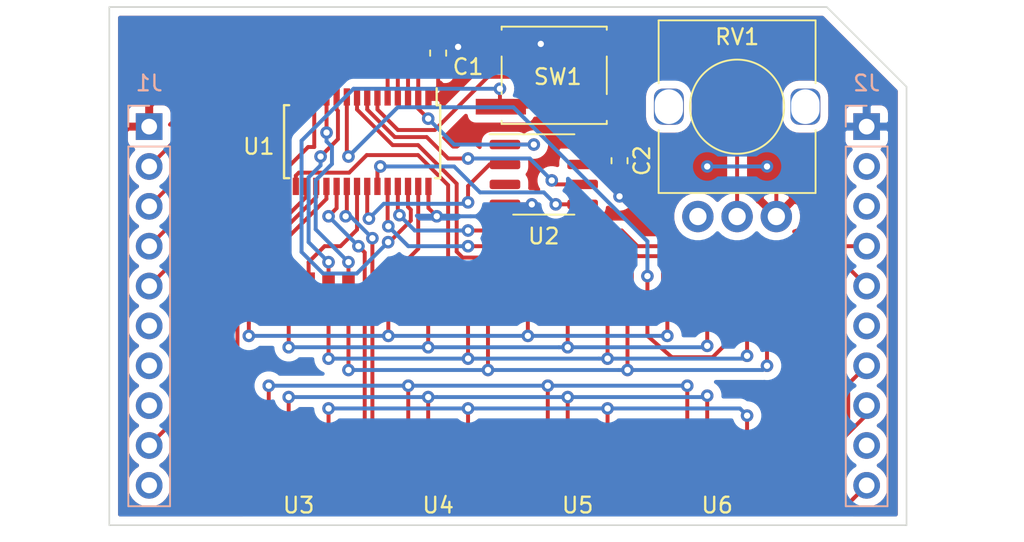
<source format=kicad_pcb>
(kicad_pcb (version 20171130) (host pcbnew 5.1.5-52549c5~84~ubuntu18.04.1)

  (general
    (thickness 1.6)
    (drawings 5)
    (tracks 359)
    (zones 0)
    (modules 12)
    (nets 51)
  )

  (page A4)
  (layers
    (0 F.Cu signal)
    (31 B.Cu signal)
    (32 B.Adhes user)
    (33 F.Adhes user)
    (34 B.Paste user)
    (35 F.Paste user)
    (36 B.SilkS user)
    (37 F.SilkS user)
    (38 B.Mask user)
    (39 F.Mask user)
    (40 Dwgs.User user)
    (41 Cmts.User user)
    (42 Eco1.User user)
    (43 Eco2.User user)
    (44 Edge.Cuts user)
    (45 Margin user)
    (46 B.CrtYd user)
    (47 F.CrtYd user)
    (48 B.Fab user)
    (49 F.Fab user hide)
  )

  (setup
    (last_trace_width 0.25)
    (trace_clearance 0.2)
    (zone_clearance 0.508)
    (zone_45_only no)
    (trace_min 0.2)
    (via_size 0.8)
    (via_drill 0.4)
    (via_min_size 0.4)
    (via_min_drill 0.3)
    (uvia_size 0.3)
    (uvia_drill 0.1)
    (uvias_allowed no)
    (uvia_min_size 0.2)
    (uvia_min_drill 0.1)
    (edge_width 0.1)
    (segment_width 0.2)
    (pcb_text_width 0.3)
    (pcb_text_size 1.5 1.5)
    (mod_edge_width 0.15)
    (mod_text_size 1 1)
    (mod_text_width 0.15)
    (pad_size 1.524 1.524)
    (pad_drill 0.762)
    (pad_to_mask_clearance 0)
    (aux_axis_origin 0 0)
    (visible_elements FFFFFF7F)
    (pcbplotparams
      (layerselection 0x010fc_ffffffff)
      (usegerberextensions false)
      (usegerberattributes false)
      (usegerberadvancedattributes false)
      (creategerberjobfile false)
      (excludeedgelayer true)
      (linewidth 0.100000)
      (plotframeref false)
      (viasonmask false)
      (mode 1)
      (useauxorigin false)
      (hpglpennumber 1)
      (hpglpenspeed 20)
      (hpglpendiameter 15.000000)
      (psnegative false)
      (psa4output false)
      (plotreference true)
      (plotvalue true)
      (plotinvisibletext false)
      (padsonsilk false)
      (subtractmaskfromsilk false)
      (outputformat 1)
      (mirror false)
      (drillshape 1)
      (scaleselection 1)
      (outputdirectory ""))
  )

  (net 0 "")
  (net 1 VCC)
  (net 2 GND)
  (net 3 "Net-(J1-PadP2.2)")
  (net 4 /RGB_R)
  (net 5 "Net-(J1-PadP2.0)")
  (net 6 "Net-(J1-PadP1.5)")
  (net 7 "Net-(J1-PadP1.4)")
  (net 8 "Net-(J1-PadP1.3)")
  (net 9 "Net-(J1-PadP1.2)")
  (net 10 "Net-(J1-PadP1.1)")
  (net 11 /~CS)
  (net 12 /RGB_G)
  (net 13 "Net-(J2-PadP2.4)")
  (net 14 /RGB_B)
  (net 15 /P1.6)
  (net 16 "Net-(J2-PadP1.7)")
  (net 17 /~RST)
  (net 18 /TEST)
  (net 19 "Net-(J2-PadP2.7)")
  (net 20 "Net-(J2-PadP2.6)")
  (net 21 /POT)
  (net 22 /BTN)
  (net 23 /SEG_G)
  (net 24 /SIMO)
  (net 25 /SOMI)
  (net 26 /DIG_4)
  (net 27 /SEG_F)
  (net 28 /SEG_E)
  (net 29 /SEG_D)
  (net 30 /DIG_3)
  (net 31 /SEG_C)
  (net 32 /SEG_B)
  (net 33 /SEG_A)
  (net 34 /DIG_1)
  (net 35 /DIG_2)
  (net 36 /SCK)
  (net 37 "Net-(U2-Pad7)")
  (net 38 "Net-(U2-Pad3)")
  (net 39 "Net-(U3-Pad9)")
  (net 40 "Net-(U3-Pad7)")
  (net 41 "Net-(U3-Pad2)")
  (net 42 "Net-(U4-Pad9)")
  (net 43 "Net-(U4-Pad7)")
  (net 44 "Net-(U4-Pad2)")
  (net 45 "Net-(U5-Pad9)")
  (net 46 "Net-(U5-Pad7)")
  (net 47 "Net-(U5-Pad2)")
  (net 48 "Net-(U6-Pad9)")
  (net 49 "Net-(U6-Pad7)")
  (net 50 "Net-(U6-Pad2)")

  (net_class Default "This is the default net class."
    (clearance 0.2)
    (trace_width 0.25)
    (via_dia 0.8)
    (via_drill 0.4)
    (uvia_dia 0.3)
    (uvia_drill 0.1)
    (add_net /BTN)
    (add_net /DIG_1)
    (add_net /DIG_2)
    (add_net /DIG_3)
    (add_net /DIG_4)
    (add_net /P1.6)
    (add_net /POT)
    (add_net /RGB_B)
    (add_net /RGB_G)
    (add_net /RGB_R)
    (add_net /SCK)
    (add_net /SEG_A)
    (add_net /SEG_B)
    (add_net /SEG_C)
    (add_net /SEG_D)
    (add_net /SEG_E)
    (add_net /SEG_F)
    (add_net /SEG_G)
    (add_net /SIMO)
    (add_net /SOMI)
    (add_net /TEST)
    (add_net /~CS)
    (add_net /~RST)
    (add_net GND)
    (add_net "Net-(J1-PadP1.1)")
    (add_net "Net-(J1-PadP1.2)")
    (add_net "Net-(J1-PadP1.3)")
    (add_net "Net-(J1-PadP1.4)")
    (add_net "Net-(J1-PadP1.5)")
    (add_net "Net-(J1-PadP2.0)")
    (add_net "Net-(J1-PadP2.2)")
    (add_net "Net-(J2-PadP1.7)")
    (add_net "Net-(J2-PadP2.4)")
    (add_net "Net-(J2-PadP2.6)")
    (add_net "Net-(J2-PadP2.7)")
    (add_net "Net-(U2-Pad3)")
    (add_net "Net-(U2-Pad7)")
    (add_net "Net-(U3-Pad2)")
    (add_net "Net-(U3-Pad7)")
    (add_net "Net-(U3-Pad9)")
    (add_net "Net-(U4-Pad2)")
    (add_net "Net-(U4-Pad7)")
    (add_net "Net-(U4-Pad9)")
    (add_net "Net-(U5-Pad2)")
    (add_net "Net-(U5-Pad7)")
    (add_net "Net-(U5-Pad9)")
    (add_net "Net-(U6-Pad2)")
    (add_net "Net-(U6-Pad7)")
    (add_net "Net-(U6-Pad9)")
    (add_net VCC)
  )

  (module blacktop01:PTV09A-4020U-B103 (layer F.Cu) (tedit 5E291D9F) (tstamp 5E2F6047)
    (at 139.065 100.33)
    (path /5E325DF6)
    (fp_text reference RV1 (at 0 -4.445) (layer F.SilkS)
      (effects (font (size 1 1) (thickness 0.15)))
    )
    (fp_text value 10k (at 0 10) (layer F.Fab)
      (effects (font (size 1 1) (thickness 0.15)))
    )
    (fp_line (start -5.5 8.5) (end -5.5 -6) (layer F.CrtYd) (width 0.12))
    (fp_line (start 5.5 8.5) (end -5.5 8.5) (layer F.CrtYd) (width 0.12))
    (fp_line (start 5.5 -6) (end 5.5 8.5) (layer F.CrtYd) (width 0.12))
    (fp_line (start -5.5 -6) (end 5.5 -6) (layer F.CrtYd) (width 0.12))
    (fp_circle (center 0 0) (end 3 0) (layer F.SilkS) (width 0.12))
    (fp_line (start -5 -1.5) (end -5 -5.5) (layer F.SilkS) (width 0.12))
    (fp_line (start -5 5.5) (end -5 1.5) (layer F.SilkS) (width 0.12))
    (fp_line (start 5 5.5) (end -5 5.5) (layer F.SilkS) (width 0.12))
    (fp_line (start 5 1.5) (end 5 5.5) (layer F.SilkS) (width 0.12))
    (fp_line (start 5 -5.5) (end 5 -1.5) (layer F.SilkS) (width 0.12))
    (fp_line (start -5 -5.5) (end 5 -5.5) (layer F.SilkS) (width 0.12))
    (pad 3 thru_hole circle (at 2.5 7 90) (size 2 2) (drill 1.1) (layers *.Cu *.Mask)
      (net 1 VCC))
    (pad 2 thru_hole circle (at 0 7) (size 2 2) (drill 1.1) (layers *.Cu *.Mask)
      (net 21 /POT))
    (pad 1 thru_hole circle (at -2.5 7) (size 2 2) (drill 1.1) (layers *.Cu *.Mask)
      (net 21 /POT))
    (pad "" np_thru_hole roundrect (at 4.35 0) (size 1.9 2.3) (drill oval 1.8 2.2) (layers *.Cu *.Mask) (roundrect_rratio 0.289))
    (pad "" np_thru_hole roundrect (at -4.35 0) (size 1.9 2.3) (drill oval 1.8 2.2) (layers *.Cu *.Mask) (roundrect_rratio 0.289))
  )

  (module blacktop01:HDSM-283L (layer F.Cu) (tedit 5E271AA8) (tstamp 5E2F4690)
    (at 137.795 117.79)
    (path /5E298E35)
    (fp_text reference U6 (at 0 7.94 180) (layer F.SilkS)
      (effects (font (size 1 1) (thickness 0.15)))
    )
    (fp_text value HDSM-283L (at -4.75 0 90) (layer F.Fab)
      (effects (font (size 1 1) (thickness 0.15)))
    )
    (fp_line (start -3.75 5.75) (end -3.75 -5.75) (layer F.CrtYd) (width 0.12))
    (fp_line (start 3.75 5.75) (end -3.75 5.75) (layer F.CrtYd) (width 0.12))
    (fp_line (start 3.75 -5.75) (end 3.75 5.75) (layer F.CrtYd) (width 0.12))
    (fp_line (start -3.75 -5.75) (end 3.75 -5.75) (layer F.CrtYd) (width 0.12))
    (pad 11 smd rect (at -1.905 5.4) (size 0.8 3) (layers F.Cu F.Paste F.Mask)
      (net 28 /SEG_E))
    (pad 10 smd rect (at -0.635 5.4) (size 0.8 3) (layers F.Cu F.Paste F.Mask)
      (net 29 /SEG_D))
    (pad 9 smd rect (at 0.635 5.4) (size 0.8 3) (layers F.Cu F.Paste F.Mask)
      (net 48 "Net-(U6-Pad9)"))
    (pad 8 smd rect (at 1.905 5.4) (size 0.8 3) (layers F.Cu F.Paste F.Mask)
      (net 31 /SEG_C))
    (pad 7 smd rect (at 3.175 5.4) (size 0.8 3) (layers F.Cu F.Paste F.Mask)
      (net 49 "Net-(U6-Pad7)"))
    (pad 6 smd rect (at 3.175 -5.4) (size 0.8 3) (layers F.Cu F.Paste F.Mask)
      (net 32 /SEG_B))
    (pad 5 smd rect (at 1.905 -5.4) (size 0.8 3) (layers F.Cu F.Paste F.Mask)
      (net 33 /SEG_A))
    (pad 4 smd rect (at 0.635 -5.4) (size 0.8 3) (layers F.Cu F.Paste F.Mask)
      (net 34 /DIG_1))
    (pad 3 smd rect (at -0.635 -5.4) (size 0.8 3) (layers F.Cu F.Paste F.Mask)
      (net 27 /SEG_F))
    (pad 2 smd rect (at -1.905 -5.4) (size 0.8 3) (layers F.Cu F.Paste F.Mask)
      (net 50 "Net-(U6-Pad2)"))
    (pad 1 smd rect (at -3.175 -5.4) (size 0.8 3) (layers F.Cu F.Paste F.Mask)
      (net 23 /SEG_G))
  )

  (module blacktop01:HDSM-283L (layer F.Cu) (tedit 5E271AA8) (tstamp 5E2F46C6)
    (at 128.905 117.79)
    (path /5E298888)
    (fp_text reference U5 (at 0 7.94 180) (layer F.SilkS)
      (effects (font (size 1 1) (thickness 0.15)))
    )
    (fp_text value HDSM-283L (at -4.75 0 90) (layer F.Fab)
      (effects (font (size 1 1) (thickness 0.15)))
    )
    (fp_line (start -3.75 5.75) (end -3.75 -5.75) (layer F.CrtYd) (width 0.12))
    (fp_line (start 3.75 5.75) (end -3.75 5.75) (layer F.CrtYd) (width 0.12))
    (fp_line (start 3.75 -5.75) (end 3.75 5.75) (layer F.CrtYd) (width 0.12))
    (fp_line (start -3.75 -5.75) (end 3.75 -5.75) (layer F.CrtYd) (width 0.12))
    (pad 11 smd rect (at -1.905 5.4) (size 0.8 3) (layers F.Cu F.Paste F.Mask)
      (net 28 /SEG_E))
    (pad 10 smd rect (at -0.635 5.4) (size 0.8 3) (layers F.Cu F.Paste F.Mask)
      (net 29 /SEG_D))
    (pad 9 smd rect (at 0.635 5.4) (size 0.8 3) (layers F.Cu F.Paste F.Mask)
      (net 45 "Net-(U5-Pad9)"))
    (pad 8 smd rect (at 1.905 5.4) (size 0.8 3) (layers F.Cu F.Paste F.Mask)
      (net 31 /SEG_C))
    (pad 7 smd rect (at 3.175 5.4) (size 0.8 3) (layers F.Cu F.Paste F.Mask)
      (net 46 "Net-(U5-Pad7)"))
    (pad 6 smd rect (at 3.175 -5.4) (size 0.8 3) (layers F.Cu F.Paste F.Mask)
      (net 32 /SEG_B))
    (pad 5 smd rect (at 1.905 -5.4) (size 0.8 3) (layers F.Cu F.Paste F.Mask)
      (net 33 /SEG_A))
    (pad 4 smd rect (at 0.635 -5.4) (size 0.8 3) (layers F.Cu F.Paste F.Mask)
      (net 35 /DIG_2))
    (pad 3 smd rect (at -0.635 -5.4) (size 0.8 3) (layers F.Cu F.Paste F.Mask)
      (net 27 /SEG_F))
    (pad 2 smd rect (at -1.905 -5.4) (size 0.8 3) (layers F.Cu F.Paste F.Mask)
      (net 47 "Net-(U5-Pad2)"))
    (pad 1 smd rect (at -3.175 -5.4) (size 0.8 3) (layers F.Cu F.Paste F.Mask)
      (net 23 /SEG_G))
  )

  (module blacktop01:HDSM-283L (layer F.Cu) (tedit 5E271AA8) (tstamp 5E2F465A)
    (at 120.015 117.79)
    (path /5E29805A)
    (fp_text reference U4 (at 0 7.94 180) (layer F.SilkS)
      (effects (font (size 1 1) (thickness 0.15)))
    )
    (fp_text value HDSM-283L (at -4.75 0 90) (layer F.Fab)
      (effects (font (size 1 1) (thickness 0.15)))
    )
    (fp_line (start -3.75 5.75) (end -3.75 -5.75) (layer F.CrtYd) (width 0.12))
    (fp_line (start 3.75 5.75) (end -3.75 5.75) (layer F.CrtYd) (width 0.12))
    (fp_line (start 3.75 -5.75) (end 3.75 5.75) (layer F.CrtYd) (width 0.12))
    (fp_line (start -3.75 -5.75) (end 3.75 -5.75) (layer F.CrtYd) (width 0.12))
    (pad 11 smd rect (at -1.905 5.4) (size 0.8 3) (layers F.Cu F.Paste F.Mask)
      (net 28 /SEG_E))
    (pad 10 smd rect (at -0.635 5.4) (size 0.8 3) (layers F.Cu F.Paste F.Mask)
      (net 29 /SEG_D))
    (pad 9 smd rect (at 0.635 5.4) (size 0.8 3) (layers F.Cu F.Paste F.Mask)
      (net 42 "Net-(U4-Pad9)"))
    (pad 8 smd rect (at 1.905 5.4) (size 0.8 3) (layers F.Cu F.Paste F.Mask)
      (net 31 /SEG_C))
    (pad 7 smd rect (at 3.175 5.4) (size 0.8 3) (layers F.Cu F.Paste F.Mask)
      (net 43 "Net-(U4-Pad7)"))
    (pad 6 smd rect (at 3.175 -5.4) (size 0.8 3) (layers F.Cu F.Paste F.Mask)
      (net 32 /SEG_B))
    (pad 5 smd rect (at 1.905 -5.4) (size 0.8 3) (layers F.Cu F.Paste F.Mask)
      (net 33 /SEG_A))
    (pad 4 smd rect (at 0.635 -5.4) (size 0.8 3) (layers F.Cu F.Paste F.Mask)
      (net 30 /DIG_3))
    (pad 3 smd rect (at -0.635 -5.4) (size 0.8 3) (layers F.Cu F.Paste F.Mask)
      (net 27 /SEG_F))
    (pad 2 smd rect (at -1.905 -5.4) (size 0.8 3) (layers F.Cu F.Paste F.Mask)
      (net 44 "Net-(U4-Pad2)"))
    (pad 1 smd rect (at -3.175 -5.4) (size 0.8 3) (layers F.Cu F.Paste F.Mask)
      (net 23 /SEG_G))
  )

  (module blacktop01:HDSM-283L (layer F.Cu) (tedit 5E271AA8) (tstamp 5E2F46FC)
    (at 111.125 117.79)
    (path /5E296E0D)
    (fp_text reference U3 (at 0 7.94 180) (layer F.SilkS)
      (effects (font (size 1 1) (thickness 0.15)))
    )
    (fp_text value HDSM-283L (at -4.75 0 90) (layer F.Fab)
      (effects (font (size 1 1) (thickness 0.15)))
    )
    (fp_line (start -3.75 5.75) (end -3.75 -5.75) (layer F.CrtYd) (width 0.12))
    (fp_line (start 3.75 5.75) (end -3.75 5.75) (layer F.CrtYd) (width 0.12))
    (fp_line (start 3.75 -5.75) (end 3.75 5.75) (layer F.CrtYd) (width 0.12))
    (fp_line (start -3.75 -5.75) (end 3.75 -5.75) (layer F.CrtYd) (width 0.12))
    (pad 11 smd rect (at -1.905 5.4) (size 0.8 3) (layers F.Cu F.Paste F.Mask)
      (net 28 /SEG_E))
    (pad 10 smd rect (at -0.635 5.4) (size 0.8 3) (layers F.Cu F.Paste F.Mask)
      (net 29 /SEG_D))
    (pad 9 smd rect (at 0.635 5.4) (size 0.8 3) (layers F.Cu F.Paste F.Mask)
      (net 39 "Net-(U3-Pad9)"))
    (pad 8 smd rect (at 1.905 5.4) (size 0.8 3) (layers F.Cu F.Paste F.Mask)
      (net 31 /SEG_C))
    (pad 7 smd rect (at 3.175 5.4) (size 0.8 3) (layers F.Cu F.Paste F.Mask)
      (net 40 "Net-(U3-Pad7)"))
    (pad 6 smd rect (at 3.175 -5.4) (size 0.8 3) (layers F.Cu F.Paste F.Mask)
      (net 32 /SEG_B))
    (pad 5 smd rect (at 1.905 -5.4) (size 0.8 3) (layers F.Cu F.Paste F.Mask)
      (net 33 /SEG_A))
    (pad 4 smd rect (at 0.635 -5.4) (size 0.8 3) (layers F.Cu F.Paste F.Mask)
      (net 26 /DIG_4))
    (pad 3 smd rect (at -0.635 -5.4) (size 0.8 3) (layers F.Cu F.Paste F.Mask)
      (net 27 /SEG_F))
    (pad 2 smd rect (at -1.905 -5.4) (size 0.8 3) (layers F.Cu F.Paste F.Mask)
      (net 41 "Net-(U3-Pad2)"))
    (pad 1 smd rect (at -3.175 -5.4) (size 0.8 3) (layers F.Cu F.Paste F.Mask)
      (net 23 /SEG_G))
  )

  (module Package_SO:SOIC-8_3.9x4.9mm_P1.27mm (layer F.Cu) (tedit 5D9F72B1) (tstamp 5E2F5A01)
    (at 126.746 104.648)
    (descr "SOIC, 8 Pin (JEDEC MS-012AA, https://www.analog.com/media/en/package-pcb-resources/package/pkg_pdf/soic_narrow-r/r_8.pdf), generated with kicad-footprint-generator ipc_gullwing_generator.py")
    (tags "SOIC SO")
    (path /5E299ADB)
    (attr smd)
    (fp_text reference U2 (at 0 3.937) (layer F.SilkS)
      (effects (font (size 1 1) (thickness 0.15)))
    )
    (fp_text value AT25640B-SSHL-T (at 0 3.4) (layer F.Fab)
      (effects (font (size 1 1) (thickness 0.15)))
    )
    (fp_text user %R (at 0 0) (layer F.Fab)
      (effects (font (size 0.98 0.98) (thickness 0.15)))
    )
    (fp_line (start 3.7 -2.7) (end -3.7 -2.7) (layer F.CrtYd) (width 0.05))
    (fp_line (start 3.7 2.7) (end 3.7 -2.7) (layer F.CrtYd) (width 0.05))
    (fp_line (start -3.7 2.7) (end 3.7 2.7) (layer F.CrtYd) (width 0.05))
    (fp_line (start -3.7 -2.7) (end -3.7 2.7) (layer F.CrtYd) (width 0.05))
    (fp_line (start -1.95 -1.475) (end -0.975 -2.45) (layer F.Fab) (width 0.1))
    (fp_line (start -1.95 2.45) (end -1.95 -1.475) (layer F.Fab) (width 0.1))
    (fp_line (start 1.95 2.45) (end -1.95 2.45) (layer F.Fab) (width 0.1))
    (fp_line (start 1.95 -2.45) (end 1.95 2.45) (layer F.Fab) (width 0.1))
    (fp_line (start -0.975 -2.45) (end 1.95 -2.45) (layer F.Fab) (width 0.1))
    (fp_line (start 0 -2.56) (end -3.45 -2.56) (layer F.SilkS) (width 0.12))
    (fp_line (start 0 -2.56) (end 1.95 -2.56) (layer F.SilkS) (width 0.12))
    (fp_line (start 0 2.56) (end -1.95 2.56) (layer F.SilkS) (width 0.12))
    (fp_line (start 0 2.56) (end 1.95 2.56) (layer F.SilkS) (width 0.12))
    (pad 8 smd roundrect (at 2.475 -1.905) (size 1.95 0.6) (layers F.Cu F.Paste F.Mask) (roundrect_rratio 0.25)
      (net 1 VCC))
    (pad 7 smd roundrect (at 2.475 -0.635) (size 1.95 0.6) (layers F.Cu F.Paste F.Mask) (roundrect_rratio 0.25)
      (net 37 "Net-(U2-Pad7)"))
    (pad 6 smd roundrect (at 2.475 0.635) (size 1.95 0.6) (layers F.Cu F.Paste F.Mask) (roundrect_rratio 0.25)
      (net 36 /SCK))
    (pad 5 smd roundrect (at 2.475 1.905) (size 1.95 0.6) (layers F.Cu F.Paste F.Mask) (roundrect_rratio 0.25)
      (net 24 /SIMO))
    (pad 4 smd roundrect (at -2.475 1.905) (size 1.95 0.6) (layers F.Cu F.Paste F.Mask) (roundrect_rratio 0.25)
      (net 2 GND))
    (pad 3 smd roundrect (at -2.475 0.635) (size 1.95 0.6) (layers F.Cu F.Paste F.Mask) (roundrect_rratio 0.25)
      (net 38 "Net-(U2-Pad3)"))
    (pad 2 smd roundrect (at -2.475 -0.635) (size 1.95 0.6) (layers F.Cu F.Paste F.Mask) (roundrect_rratio 0.25)
      (net 25 /SOMI))
    (pad 1 smd roundrect (at -2.475 -1.905) (size 1.95 0.6) (layers F.Cu F.Paste F.Mask) (roundrect_rratio 0.25)
      (net 11 /~CS))
    (model ${KISYS3DMOD}/Package_SO.3dshapes/SOIC-8_3.9x4.9mm_P1.27mm.wrl
      (at (xyz 0 0 0))
      (scale (xyz 1 1 1))
      (rotate (xyz 0 0 0))
    )
  )

  (module Package_SO:TSSOP-28_4.4x9.7mm_P0.65mm (layer F.Cu) (tedit 5A02F25C) (tstamp 5E2F3F02)
    (at 115.17 102.56 270)
    (descr "TSSOP28: plastic thin shrink small outline package; 28 leads; body width 4.4 mm; (see NXP SSOP-TSSOP-VSO-REFLOW.pdf and sot361-1_po.pdf)")
    (tags "SSOP 0.65")
    (path /5E29C7D0)
    (attr smd)
    (fp_text reference U1 (at 0.31 6.585 180) (layer F.SilkS)
      (effects (font (size 1 1) (thickness 0.15)))
    )
    (fp_text value MSP430G2553IPW28 (at 0 5.9 90) (layer F.Fab)
      (effects (font (size 1 1) (thickness 0.15)))
    )
    (fp_text user %R (at 0 0 90) (layer F.Fab)
      (effects (font (size 0.8 0.8) (thickness 0.15)))
    )
    (fp_line (start -2.325 -4.75) (end -3.4 -4.75) (layer F.SilkS) (width 0.15))
    (fp_line (start -2.325 4.975) (end 2.325 4.975) (layer F.SilkS) (width 0.15))
    (fp_line (start -2.325 -4.975) (end 2.325 -4.975) (layer F.SilkS) (width 0.15))
    (fp_line (start -2.325 4.975) (end -2.325 4.65) (layer F.SilkS) (width 0.15))
    (fp_line (start 2.325 4.975) (end 2.325 4.65) (layer F.SilkS) (width 0.15))
    (fp_line (start 2.325 -4.975) (end 2.325 -4.65) (layer F.SilkS) (width 0.15))
    (fp_line (start -2.325 -4.975) (end -2.325 -4.75) (layer F.SilkS) (width 0.15))
    (fp_line (start -3.65 5.15) (end 3.65 5.15) (layer F.CrtYd) (width 0.05))
    (fp_line (start -3.65 -5.15) (end 3.65 -5.15) (layer F.CrtYd) (width 0.05))
    (fp_line (start 3.65 -5.15) (end 3.65 5.15) (layer F.CrtYd) (width 0.05))
    (fp_line (start -3.65 -5.15) (end -3.65 5.15) (layer F.CrtYd) (width 0.05))
    (fp_line (start -2.2 -3.85) (end -1.2 -4.85) (layer F.Fab) (width 0.15))
    (fp_line (start -2.2 4.85) (end -2.2 -3.85) (layer F.Fab) (width 0.15))
    (fp_line (start 2.2 4.85) (end -2.2 4.85) (layer F.Fab) (width 0.15))
    (fp_line (start 2.2 -4.85) (end 2.2 4.85) (layer F.Fab) (width 0.15))
    (fp_line (start -1.2 -4.85) (end 2.2 -4.85) (layer F.Fab) (width 0.15))
    (pad 28 smd rect (at 2.85 -4.225 270) (size 1.1 0.4) (layers F.Cu F.Paste F.Mask)
      (net 2 GND))
    (pad 27 smd rect (at 2.85 -3.575 270) (size 1.1 0.4) (layers F.Cu F.Paste F.Mask)
      (net 23 /SEG_G))
    (pad 26 smd rect (at 2.85 -2.925 270) (size 1.1 0.4) (layers F.Cu F.Paste F.Mask)
      (net 22 /BTN))
    (pad 25 smd rect (at 2.85 -2.275 270) (size 1.1 0.4) (layers F.Cu F.Paste F.Mask)
      (net 18 /TEST))
    (pad 24 smd rect (at 2.85 -1.625 270) (size 1.1 0.4) (layers F.Cu F.Paste F.Mask)
      (net 17 /~RST))
    (pad 23 smd rect (at 2.85 -0.975 270) (size 1.1 0.4) (layers F.Cu F.Paste F.Mask)
      (net 24 /SIMO))
    (pad 22 smd rect (at 2.85 -0.325 270) (size 1.1 0.4) (layers F.Cu F.Paste F.Mask)
      (net 25 /SOMI))
    (pad 21 smd rect (at 2.85 0.325 270) (size 1.1 0.4) (layers F.Cu F.Paste F.Mask)
      (net 26 /DIG_4))
    (pad 20 smd rect (at 2.85 0.975 270) (size 1.1 0.4) (layers F.Cu F.Paste F.Mask)
      (net 15 /P1.6))
    (pad 19 smd rect (at 2.85 1.625 270) (size 1.1 0.4) (layers F.Cu F.Paste F.Mask)
      (net 14 /RGB_B))
    (pad 18 smd rect (at 2.85 2.275 270) (size 1.1 0.4) (layers F.Cu F.Paste F.Mask)
      (net 27 /SEG_F))
    (pad 17 smd rect (at 2.85 2.925 270) (size 1.1 0.4) (layers F.Cu F.Paste F.Mask)
      (net 28 /SEG_E))
    (pad 16 smd rect (at 2.85 3.575 270) (size 1.1 0.4) (layers F.Cu F.Paste F.Mask)
      (net 29 /SEG_D))
    (pad 15 smd rect (at 2.85 4.225 270) (size 1.1 0.4) (layers F.Cu F.Paste F.Mask)
      (net 30 /DIG_3))
    (pad 14 smd rect (at -2.85 4.225 270) (size 1.1 0.4) (layers F.Cu F.Paste F.Mask)
      (net 4 /RGB_R))
    (pad 13 smd rect (at -2.85 3.575 270) (size 1.1 0.4) (layers F.Cu F.Paste F.Mask)
      (net 12 /RGB_G))
    (pad 12 smd rect (at -2.85 2.925 270) (size 1.1 0.4) (layers F.Cu F.Paste F.Mask)
      (net 31 /SEG_C))
    (pad 11 smd rect (at -2.85 2.275 270) (size 1.1 0.4) (layers F.Cu F.Paste F.Mask)
      (net 32 /SEG_B))
    (pad 10 smd rect (at -2.85 1.625 270) (size 1.1 0.4) (layers F.Cu F.Paste F.Mask)
      (net 33 /SEG_A))
    (pad 9 smd rect (at -2.85 0.975 270) (size 1.1 0.4) (layers F.Cu F.Paste F.Mask)
      (net 34 /DIG_1))
    (pad 8 smd rect (at -2.85 0.325 270) (size 1.1 0.4) (layers F.Cu F.Paste F.Mask)
      (net 35 /DIG_2))
    (pad 7 smd rect (at -2.85 -0.325 270) (size 1.1 0.4) (layers F.Cu F.Paste F.Mask)
      (net 36 /SCK))
    (pad 6 smd rect (at -2.85 -0.975 270) (size 1.1 0.4) (layers F.Cu F.Paste F.Mask)
      (net 21 /POT))
    (pad 5 smd rect (at -2.85 -1.625 270) (size 1.1 0.4) (layers F.Cu F.Paste F.Mask)
      (net 8 "Net-(J1-PadP1.3)"))
    (pad 4 smd rect (at -2.85 -2.275 270) (size 1.1 0.4) (layers F.Cu F.Paste F.Mask)
      (net 9 "Net-(J1-PadP1.2)"))
    (pad 3 smd rect (at -2.85 -2.925 270) (size 1.1 0.4) (layers F.Cu F.Paste F.Mask)
      (net 10 "Net-(J1-PadP1.1)"))
    (pad 2 smd rect (at -2.85 -3.575 270) (size 1.1 0.4) (layers F.Cu F.Paste F.Mask)
      (net 11 /~CS))
    (pad 1 smd rect (at -2.85 -4.225 270) (size 1.1 0.4) (layers F.Cu F.Paste F.Mask)
      (net 1 VCC))
    (model ${KISYS3DMOD}/Package_SO.3dshapes/TSSOP-28_4.4x9.7mm_P0.65mm.wrl
      (at (xyz 0 0 0))
      (scale (xyz 1 1 1))
      (rotate (xyz 0 0 0))
    )
  )

  (module Button_Switch_SMD:SW_SPST_EVQQ2 (layer F.Cu) (tedit 5872491A) (tstamp 5E2F3ED1)
    (at 127.41 98.33)
    (descr "Light Touch Switch, https://industrial.panasonic.com/cdbs/www-data/pdf/ATK0000/ATK0000CE28.pdf")
    (path /5E68F934)
    (attr smd)
    (fp_text reference SW1 (at 0.225 0.095) (layer F.SilkS)
      (effects (font (size 1 1) (thickness 0.15)))
    )
    (fp_text value EVQ-Q2Y03W (at 0 4.25) (layer F.Fab)
      (effects (font (size 1 1) (thickness 0.15)))
    )
    (fp_circle (center 0 0) (end 1.5 0) (layer F.Fab) (width 0.1))
    (fp_circle (center 0 0) (end 1.9 0) (layer F.Fab) (width 0.1))
    (fp_line (start -3.35 3.1) (end 3.35 3.1) (layer F.SilkS) (width 0.12))
    (fp_line (start 3.35 -3.1) (end -3.35 -3.1) (layer F.SilkS) (width 0.12))
    (fp_line (start 3.35 -1.2) (end 3.35 1.2) (layer F.SilkS) (width 0.12))
    (fp_line (start -3.35 -1.2) (end -3.35 1.2) (layer F.SilkS) (width 0.12))
    (fp_line (start -3.35 -3.1) (end -3.35 -2.9) (layer F.SilkS) (width 0.12))
    (fp_line (start -3.35 3.1) (end -3.35 2.9) (layer F.SilkS) (width 0.12))
    (fp_line (start 3.35 3.1) (end 3.35 2.9) (layer F.SilkS) (width 0.12))
    (fp_line (start 3.35 -3.1) (end 3.35 -2.9) (layer F.SilkS) (width 0.12))
    (fp_line (start -5.25 3.25) (end -5.25 -3.25) (layer F.CrtYd) (width 0.05))
    (fp_line (start 5.25 3.25) (end -5.25 3.25) (layer F.CrtYd) (width 0.05))
    (fp_line (start 5.25 -3.25) (end 5.25 3.25) (layer F.CrtYd) (width 0.05))
    (fp_line (start -5.25 -3.25) (end 5.25 -3.25) (layer F.CrtYd) (width 0.05))
    (fp_text user %R (at 0.05 -3.95) (layer F.Fab)
      (effects (font (size 1 1) (thickness 0.15)))
    )
    (fp_line (start -3.25 3) (end -3.25 -3) (layer F.Fab) (width 0.1))
    (fp_line (start 3.25 3) (end -3.25 3) (layer F.Fab) (width 0.1))
    (fp_line (start 3.25 -3) (end 3.25 3) (layer F.Fab) (width 0.1))
    (fp_line (start -3.25 -3) (end 3.25 -3) (layer F.Fab) (width 0.1))
    (pad 2 smd rect (at 3.4 2) (size 3.2 1) (layers F.Cu F.Paste F.Mask)
      (net 22 /BTN))
    (pad 2 smd rect (at -3.4 2) (size 3.2 1) (layers F.Cu F.Paste F.Mask)
      (net 22 /BTN))
    (pad 1 smd rect (at -3.4 -2) (size 3.2 1) (layers F.Cu F.Paste F.Mask)
      (net 2 GND))
    (pad 1 smd rect (at 3.4 -2) (size 3.2 1) (layers F.Cu F.Paste F.Mask)
      (net 2 GND))
    (model ${KISYS3DMOD}/Button_Switch_SMD.3dshapes/SW_SPST_EVQQ2.wrl
      (at (xyz 0 0 0))
      (scale (xyz 1 1 1))
      (rotate (xyz 0 0 0))
    )
  )

  (module blacktop01:PinSocket_1x10_P2.54mm_Vertical_Right (layer B.Cu) (tedit 5E292194) (tstamp 5E2F3EA2)
    (at 147.32 101.6 180)
    (descr "Through hole straight socket strip, 1x10, 2.54mm pitch, single row (from Kicad 4.0.7), script generated")
    (tags "Through hole socket strip THT 1x10 2.54mm single row")
    (path /5E2AF9FA)
    (fp_text reference J2 (at 0 2.77) (layer B.SilkS)
      (effects (font (size 1 1) (thickness 0.15)) (justify mirror))
    )
    (fp_text value Conn_01x10_Female_Right (at 0 -25.63) (layer B.Fab)
      (effects (font (size 1 1) (thickness 0.15)) (justify mirror))
    )
    (fp_text user %R (at 0 -11.43 270) (layer B.Fab)
      (effects (font (size 1 1) (thickness 0.15)) (justify mirror))
    )
    (fp_line (start -1.8 -24.6) (end -1.8 1.8) (layer B.CrtYd) (width 0.05))
    (fp_line (start 1.75 -24.6) (end -1.8 -24.6) (layer B.CrtYd) (width 0.05))
    (fp_line (start 1.75 1.8) (end 1.75 -24.6) (layer B.CrtYd) (width 0.05))
    (fp_line (start -1.8 1.8) (end 1.75 1.8) (layer B.CrtYd) (width 0.05))
    (fp_line (start 0 1.33) (end 1.33 1.33) (layer B.SilkS) (width 0.12))
    (fp_line (start 1.33 1.33) (end 1.33 0) (layer B.SilkS) (width 0.12))
    (fp_line (start 1.33 -1.27) (end 1.33 -24.19) (layer B.SilkS) (width 0.12))
    (fp_line (start -1.33 -24.19) (end 1.33 -24.19) (layer B.SilkS) (width 0.12))
    (fp_line (start -1.33 -1.27) (end -1.33 -24.19) (layer B.SilkS) (width 0.12))
    (fp_line (start -1.33 -1.27) (end 1.33 -1.27) (layer B.SilkS) (width 0.12))
    (fp_line (start -1.27 -24.13) (end -1.27 1.27) (layer B.Fab) (width 0.1))
    (fp_line (start 1.27 -24.13) (end -1.27 -24.13) (layer B.Fab) (width 0.1))
    (fp_line (start 1.27 0.635) (end 1.27 -24.13) (layer B.Fab) (width 0.1))
    (fp_line (start 0.635 1.27) (end 1.27 0.635) (layer B.Fab) (width 0.1))
    (fp_line (start -1.27 1.27) (end 0.635 1.27) (layer B.Fab) (width 0.1))
    (pad P2.3 thru_hole oval (at 0 -22.86 180) (size 1.7 1.7) (drill 1) (layers *.Cu *.Mask)
      (net 12 /RGB_G))
    (pad P2.4 thru_hole oval (at 0 -20.32 180) (size 1.7 1.7) (drill 1) (layers *.Cu *.Mask)
      (net 13 "Net-(J2-PadP2.4)"))
    (pad P2.5 thru_hole oval (at 0 -17.78 180) (size 1.7 1.7) (drill 1) (layers *.Cu *.Mask)
      (net 14 /RGB_B))
    (pad P1.6 thru_hole oval (at 0 -15.24 180) (size 1.7 1.7) (drill 1) (layers *.Cu *.Mask)
      (net 15 /P1.6))
    (pad P1.7 thru_hole oval (at 0 -12.7 180) (size 1.7 1.7) (drill 1) (layers *.Cu *.Mask)
      (net 16 "Net-(J2-PadP1.7)"))
    (pad ~RST thru_hole oval (at 0 -10.16 180) (size 1.7 1.7) (drill 1) (layers *.Cu *.Mask)
      (net 17 /~RST))
    (pad TEST thru_hole oval (at 0 -7.62 180) (size 1.7 1.7) (drill 1) (layers *.Cu *.Mask)
      (net 18 /TEST))
    (pad P2.7 thru_hole oval (at 0 -5.08 180) (size 1.7 1.7) (drill 1) (layers *.Cu *.Mask)
      (net 19 "Net-(J2-PadP2.7)"))
    (pad P2.6 thru_hole oval (at 0 -2.54 180) (size 1.7 1.7) (drill 1) (layers *.Cu *.Mask)
      (net 20 "Net-(J2-PadP2.6)"))
    (pad GND thru_hole rect (at 0 0 180) (size 1.7 1.7) (drill 1) (layers *.Cu *.Mask)
      (net 2 GND))
    (model ${KISYS3DMOD}/Connector_PinSocket_2.54mm.3dshapes/PinSocket_1x10_P2.54mm_Vertical.wrl
      (at (xyz 0 0 0))
      (scale (xyz 1 1 1))
      (rotate (xyz 0 0 0))
    )
  )

  (module blacktop01:PinSocket_1x10_P2.54mm_Vertical_Left (layer B.Cu) (tedit 5E2921EC) (tstamp 5E2F734D)
    (at 101.6 101.6 180)
    (descr "Through hole straight socket strip, 1x10, 2.54mm pitch, single row (from Kicad 4.0.7), script generated")
    (tags "Through hole socket strip THT 1x10 2.54mm single row")
    (path /5E2AD78F)
    (fp_text reference J1 (at 0 2.77) (layer B.SilkS)
      (effects (font (size 1 1) (thickness 0.15)) (justify mirror))
    )
    (fp_text value Conn_01x10_Female_Left (at 0 -25.63) (layer B.Fab)
      (effects (font (size 1 1) (thickness 0.15)) (justify mirror))
    )
    (fp_text user %R (at 0 -11.43 270) (layer B.Fab)
      (effects (font (size 1 1) (thickness 0.15)) (justify mirror))
    )
    (fp_line (start -1.8 -24.6) (end -1.8 1.8) (layer B.CrtYd) (width 0.05))
    (fp_line (start 1.75 -24.6) (end -1.8 -24.6) (layer B.CrtYd) (width 0.05))
    (fp_line (start 1.75 1.8) (end 1.75 -24.6) (layer B.CrtYd) (width 0.05))
    (fp_line (start -1.8 1.8) (end 1.75 1.8) (layer B.CrtYd) (width 0.05))
    (fp_line (start 0 1.33) (end 1.33 1.33) (layer B.SilkS) (width 0.12))
    (fp_line (start 1.33 1.33) (end 1.33 0) (layer B.SilkS) (width 0.12))
    (fp_line (start 1.33 -1.27) (end 1.33 -24.19) (layer B.SilkS) (width 0.12))
    (fp_line (start -1.33 -24.19) (end 1.33 -24.19) (layer B.SilkS) (width 0.12))
    (fp_line (start -1.33 -1.27) (end -1.33 -24.19) (layer B.SilkS) (width 0.12))
    (fp_line (start -1.33 -1.27) (end 1.33 -1.27) (layer B.SilkS) (width 0.12))
    (fp_line (start -1.27 -24.13) (end -1.27 1.27) (layer B.Fab) (width 0.1))
    (fp_line (start 1.27 -24.13) (end -1.27 -24.13) (layer B.Fab) (width 0.1))
    (fp_line (start 1.27 0.635) (end 1.27 -24.13) (layer B.Fab) (width 0.1))
    (fp_line (start 0.635 1.27) (end 1.27 0.635) (layer B.Fab) (width 0.1))
    (fp_line (start -1.27 1.27) (end 0.635 1.27) (layer B.Fab) (width 0.1))
    (pad P2.2 thru_hole oval (at 0 -22.86 180) (size 1.7 1.7) (drill 1) (layers *.Cu *.Mask)
      (net 3 "Net-(J1-PadP2.2)"))
    (pad P2.1 thru_hole oval (at 0 -20.32 180) (size 1.7 1.7) (drill 1) (layers *.Cu *.Mask)
      (net 4 /RGB_R))
    (pad P2.0 thru_hole oval (at 0 -17.78 180) (size 1.7 1.7) (drill 1) (layers *.Cu *.Mask)
      (net 5 "Net-(J1-PadP2.0)"))
    (pad P1.5 thru_hole oval (at 0 -15.24 180) (size 1.7 1.7) (drill 1) (layers *.Cu *.Mask)
      (net 6 "Net-(J1-PadP1.5)"))
    (pad P1.4 thru_hole oval (at 0 -12.7 180) (size 1.7 1.7) (drill 1) (layers *.Cu *.Mask)
      (net 7 "Net-(J1-PadP1.4)"))
    (pad P1.3 thru_hole oval (at 0 -10.16 180) (size 1.7 1.7) (drill 1) (layers *.Cu *.Mask)
      (net 8 "Net-(J1-PadP1.3)"))
    (pad P1.2 thru_hole oval (at 0 -7.62 180) (size 1.7 1.7) (drill 1) (layers *.Cu *.Mask)
      (net 9 "Net-(J1-PadP1.2)"))
    (pad P1.1 thru_hole oval (at 0 -5.08 180) (size 1.7 1.7) (drill 1) (layers *.Cu *.Mask)
      (net 10 "Net-(J1-PadP1.1)"))
    (pad P1.0 thru_hole oval (at 0 -2.54 180) (size 1.7 1.7) (drill 1) (layers *.Cu *.Mask)
      (net 11 /~CS))
    (pad 3V3 thru_hole rect (at 0 0 180) (size 1.7 1.7) (drill 1) (layers *.Cu *.Mask)
      (net 1 VCC))
    (model ${KISYS3DMOD}/Connector_PinSocket_2.54mm.3dshapes/PinSocket_1x10_P2.54mm_Vertical.wrl
      (at (xyz 0 0 0))
      (scale (xyz 1 1 1))
      (rotate (xyz 0 0 0))
    )
  )

  (module Capacitor_SMD:C_0603_1608Metric_Pad1.05x0.95mm_HandSolder (layer F.Cu) (tedit 5B301BBE) (tstamp 5E2F3E66)
    (at 131.572 103.773 270)
    (descr "Capacitor SMD 0603 (1608 Metric), square (rectangular) end terminal, IPC_7351 nominal with elongated pad for handsoldering. (Body size source: http://www.tortai-tech.com/upload/download/2011102023233369053.pdf), generated with kicad-footprint-generator")
    (tags "capacitor handsolder")
    (path /5E76B875)
    (attr smd)
    (fp_text reference C2 (at 0 -1.43 90) (layer F.SilkS)
      (effects (font (size 1 1) (thickness 0.15)))
    )
    (fp_text value 0.1UF (at 0 1.43 90) (layer F.Fab)
      (effects (font (size 1 1) (thickness 0.15)))
    )
    (fp_text user %R (at 0 0 90) (layer F.Fab)
      (effects (font (size 0.4 0.4) (thickness 0.06)))
    )
    (fp_line (start 1.65 0.73) (end -1.65 0.73) (layer F.CrtYd) (width 0.05))
    (fp_line (start 1.65 -0.73) (end 1.65 0.73) (layer F.CrtYd) (width 0.05))
    (fp_line (start -1.65 -0.73) (end 1.65 -0.73) (layer F.CrtYd) (width 0.05))
    (fp_line (start -1.65 0.73) (end -1.65 -0.73) (layer F.CrtYd) (width 0.05))
    (fp_line (start -0.171267 0.51) (end 0.171267 0.51) (layer F.SilkS) (width 0.12))
    (fp_line (start -0.171267 -0.51) (end 0.171267 -0.51) (layer F.SilkS) (width 0.12))
    (fp_line (start 0.8 0.4) (end -0.8 0.4) (layer F.Fab) (width 0.1))
    (fp_line (start 0.8 -0.4) (end 0.8 0.4) (layer F.Fab) (width 0.1))
    (fp_line (start -0.8 -0.4) (end 0.8 -0.4) (layer F.Fab) (width 0.1))
    (fp_line (start -0.8 0.4) (end -0.8 -0.4) (layer F.Fab) (width 0.1))
    (pad 2 smd roundrect (at 0.875 0 270) (size 1.05 0.95) (layers F.Cu F.Paste F.Mask) (roundrect_rratio 0.25)
      (net 2 GND))
    (pad 1 smd roundrect (at -0.875 0 270) (size 1.05 0.95) (layers F.Cu F.Paste F.Mask) (roundrect_rratio 0.25)
      (net 1 VCC))
    (model ${KISYS3DMOD}/Capacitor_SMD.3dshapes/C_0603_1608Metric.wrl
      (at (xyz 0 0 0))
      (scale (xyz 1 1 1))
      (rotate (xyz 0 0 0))
    )
  )

  (module Capacitor_SMD:C_0603_1608Metric_Pad1.05x0.95mm_HandSolder (layer F.Cu) (tedit 5B301BBE) (tstamp 5E2F3E55)
    (at 120.015 96.915 270)
    (descr "Capacitor SMD 0603 (1608 Metric), square (rectangular) end terminal, IPC_7351 nominal with elongated pad for handsoldering. (Body size source: http://www.tortai-tech.com/upload/download/2011102023233369053.pdf), generated with kicad-footprint-generator")
    (tags "capacitor handsolder")
    (path /5E2D8FD8)
    (attr smd)
    (fp_text reference C1 (at 0.875 -1.905 180) (layer F.SilkS)
      (effects (font (size 1 1) (thickness 0.15)))
    )
    (fp_text value 0.1UF (at 0 1.43 90) (layer F.Fab)
      (effects (font (size 1 1) (thickness 0.15)))
    )
    (fp_text user %R (at 0 0 90) (layer F.Fab)
      (effects (font (size 0.4 0.4) (thickness 0.06)))
    )
    (fp_line (start 1.65 0.73) (end -1.65 0.73) (layer F.CrtYd) (width 0.05))
    (fp_line (start 1.65 -0.73) (end 1.65 0.73) (layer F.CrtYd) (width 0.05))
    (fp_line (start -1.65 -0.73) (end 1.65 -0.73) (layer F.CrtYd) (width 0.05))
    (fp_line (start -1.65 0.73) (end -1.65 -0.73) (layer F.CrtYd) (width 0.05))
    (fp_line (start -0.171267 0.51) (end 0.171267 0.51) (layer F.SilkS) (width 0.12))
    (fp_line (start -0.171267 -0.51) (end 0.171267 -0.51) (layer F.SilkS) (width 0.12))
    (fp_line (start 0.8 0.4) (end -0.8 0.4) (layer F.Fab) (width 0.1))
    (fp_line (start 0.8 -0.4) (end 0.8 0.4) (layer F.Fab) (width 0.1))
    (fp_line (start -0.8 -0.4) (end 0.8 -0.4) (layer F.Fab) (width 0.1))
    (fp_line (start -0.8 0.4) (end -0.8 -0.4) (layer F.Fab) (width 0.1))
    (pad 2 smd roundrect (at 0.875 0 270) (size 1.05 0.95) (layers F.Cu F.Paste F.Mask) (roundrect_rratio 0.25)
      (net 1 VCC))
    (pad 1 smd roundrect (at -0.875 0 270) (size 1.05 0.95) (layers F.Cu F.Paste F.Mask) (roundrect_rratio 0.25)
      (net 2 GND))
    (model ${KISYS3DMOD}/Capacitor_SMD.3dshapes/C_0603_1608Metric.wrl
      (at (xyz 0 0 0))
      (scale (xyz 1 1 1))
      (rotate (xyz 0 0 0))
    )
  )

  (gr_line (start 144.78 93.98) (end 149.86 99.06) (layer Edge.Cuts) (width 0.1) (tstamp 5E2F4210))
  (gr_line (start 99.06 93.98) (end 144.78 93.98) (layer Edge.Cuts) (width 0.1))
  (gr_line (start 99.06 127) (end 99.06 93.98) (layer Edge.Cuts) (width 0.1))
  (gr_line (start 149.86 127) (end 99.06 127) (layer Edge.Cuts) (width 0.1))
  (gr_line (start 149.86 99.06) (end 149.86 127) (layer Edge.Cuts) (width 0.1))

  (segment (start 120.015 99.09) (end 119.395 99.71) (width 0.25) (layer F.Cu) (net 1))
  (segment (start 120.015 97.79) (end 120.015 99.09) (width 0.25) (layer F.Cu) (net 1))
  (segment (start 129.376 102.898) (end 129.221 102.743) (width 0.25) (layer F.Cu) (net 1))
  (segment (start 131.572 102.898) (end 129.376 102.898) (width 0.25) (layer F.Cu) (net 1))
  (via (at 140.97 104.14) (size 0.8) (drill 0.4) (layers F.Cu B.Cu) (net 1))
  (segment (start 141.565 107.33) (end 141.565 104.735) (width 0.25) (layer F.Cu) (net 1))
  (segment (start 141.565 104.735) (end 140.97 104.14) (width 0.25) (layer F.Cu) (net 1))
  (segment (start 140.97 104.14) (end 137.16 104.14) (width 0.25) (layer B.Cu) (net 1))
  (via (at 137.16 104.14) (size 0.8) (drill 0.4) (layers F.Cu B.Cu) (net 1))
  (segment (start 132.814 104.14) (end 131.572 102.898) (width 0.25) (layer F.Cu) (net 1))
  (segment (start 137.16 104.14) (end 132.814 104.14) (width 0.25) (layer F.Cu) (net 1))
  (segment (start 119.395 105.41) (end 119.395 106.785) (width 0.25) (layer F.Cu) (net 2))
  (via (at 119.925 107.315) (size 0.8) (drill 0.4) (layers F.Cu B.Cu) (net 2))
  (segment (start 119.395 106.785) (end 119.925 107.315) (width 0.25) (layer F.Cu) (net 2))
  (via (at 121.285 96.52) (size 0.8) (drill 0.4) (layers F.Cu B.Cu) (net 2))
  (segment (start 120.015 96.04) (end 120.805 96.04) (width 0.25) (layer F.Cu) (net 2))
  (segment (start 120.805 96.04) (end 121.285 96.52) (width 0.25) (layer F.Cu) (net 2))
  (segment (start 124.01 96.33) (end 126.555 96.33) (width 0.25) (layer F.Cu) (net 2))
  (segment (start 126.555 96.33) (end 130.81 96.33) (width 0.25) (layer F.Cu) (net 2) (tstamp 5E2F5984))
  (via (at 126.555 96.33) (size 0.8) (drill 0.4) (layers F.Cu B.Cu) (net 2))
  (via (at 125.984 106.553) (size 0.8) (drill 0.4) (layers F.Cu B.Cu) (net 2))
  (segment (start 124.271 106.553) (end 125.984 106.553) (width 0.25) (layer F.Cu) (net 2))
  (via (at 131.572 106.045) (size 0.8) (drill 0.4) (layers F.Cu B.Cu) (net 2))
  (segment (start 131.572 104.648) (end 131.572 106.045) (width 0.25) (layer F.Cu) (net 2))
  (segment (start 119.925 107.315) (end 122.088005 107.315) (width 0.25) (layer B.Cu) (net 2))
  (segment (start 122.088005 107.315) (end 123.19 107.315) (width 0.25) (layer B.Cu) (net 2))
  (segment (start 110.945 99.71) (end 106.30604 99.71) (width 0.25) (layer F.Cu) (net 4))
  (segment (start 105.94004 100.076) (end 105.940039 108.056371) (width 0.25) (layer F.Cu) (net 4))
  (segment (start 106.30604 99.71) (end 105.94004 100.076) (width 0.25) (layer F.Cu) (net 4))
  (segment (start 105.940039 108.056371) (end 103.632 110.36441) (width 0.25) (layer F.Cu) (net 4))
  (segment (start 103.632 119.888) (end 101.6 121.92) (width 0.25) (layer F.Cu) (net 4))
  (segment (start 103.632 110.36441) (end 103.632 119.888) (width 0.25) (layer F.Cu) (net 4))
  (segment (start 105.49003 107.86997) (end 101.6 111.76) (width 0.25) (layer F.Cu) (net 8))
  (segment (start 105.83797 97.87003) (end 105.49003 98.21797) (width 0.25) (layer F.Cu) (net 8))
  (segment (start 116.332 97.87003) (end 105.83797 97.87003) (width 0.25) (layer F.Cu) (net 8))
  (segment (start 116.795 98.33303) (end 116.332 97.87003) (width 0.25) (layer F.Cu) (net 8))
  (segment (start 105.49003 98.21797) (end 105.49003 107.86997) (width 0.25) (layer F.Cu) (net 8))
  (segment (start 116.795 98.33303) (end 116.795 99.71) (width 0.25) (layer F.Cu) (net 8))
  (segment (start 117.445 97.77102) (end 117.094 97.42002) (width 0.25) (layer F.Cu) (net 9))
  (segment (start 117.094 97.42002) (end 105.40039 97.42002) (width 0.25) (layer F.Cu) (net 9))
  (segment (start 105.40039 97.42002) (end 105.04002 97.78039) (width 0.25) (layer F.Cu) (net 9))
  (segment (start 105.04002 105.77998) (end 101.6 109.22) (width 0.25) (layer F.Cu) (net 9))
  (segment (start 105.04002 105.77998) (end 105.04002 97.78039) (width 0.25) (layer F.Cu) (net 9))
  (segment (start 117.445 97.77102) (end 117.445 99.71) (width 0.25) (layer F.Cu) (net 9))
  (segment (start 105.21399 96.97001) (end 104.59001 97.59399) (width 0.25) (layer F.Cu) (net 10))
  (segment (start 117.79801 96.97001) (end 105.21399 96.97001) (width 0.25) (layer F.Cu) (net 10))
  (segment (start 104.59001 103.68999) (end 101.6 106.68) (width 0.25) (layer F.Cu) (net 10))
  (segment (start 104.59001 97.59399) (end 104.59001 103.68999) (width 0.25) (layer F.Cu) (net 10))
  (segment (start 118.095 97.297) (end 118.095 99.71) (width 0.25) (layer F.Cu) (net 10))
  (segment (start 118.11 97.282) (end 118.095 97.297) (width 0.25) (layer F.Cu) (net 10))
  (segment (start 118.11 97.282) (end 117.79801 96.97001) (width 0.25) (layer F.Cu) (net 10))
  (via (at 119.38 101.092) (size 0.8) (drill 0.4) (layers F.Cu B.Cu) (net 11))
  (segment (start 118.745 99.71) (end 118.745 100.457) (width 0.25) (layer F.Cu) (net 11))
  (segment (start 118.745 100.457) (end 119.38 101.092) (width 0.25) (layer F.Cu) (net 11))
  (via (at 126.111 102.743) (size 0.8) (drill 0.4) (layers F.Cu B.Cu) (net 11))
  (segment (start 119.38 101.092) (end 121.031 102.743) (width 0.25) (layer B.Cu) (net 11))
  (segment (start 121.031 102.743) (end 126.111 102.743) (width 0.25) (layer B.Cu) (net 11))
  (segment (start 126.111 102.743) (end 124.271 102.743) (width 0.25) (layer F.Cu) (net 11))
  (segment (start 104.14 101.6) (end 101.6 104.14) (width 0.25) (layer F.Cu) (net 11))
  (segment (start 104.775 96.52) (end 104.14 97.155) (width 0.25) (layer F.Cu) (net 11))
  (segment (start 104.14 97.155) (end 104.14 101.6) (width 0.25) (layer F.Cu) (net 11))
  (segment (start 118.745 97.155) (end 118.11 96.52) (width 0.25) (layer F.Cu) (net 11))
  (segment (start 118.11 96.52) (end 104.775 96.52) (width 0.25) (layer F.Cu) (net 11))
  (segment (start 118.745 97.155) (end 118.745 99.71) (width 0.25) (layer F.Cu) (net 11))
  (segment (start 146.470001 125.309999) (end 147.32 124.46) (width 0.25) (layer F.Cu) (net 12))
  (segment (start 108.452187 126.180009) (end 145.599991 126.180009) (width 0.25) (layer F.Cu) (net 12))
  (segment (start 105.874971 123.602793) (end 108.452187 126.180009) (width 0.25) (layer F.Cu) (net 12))
  (segment (start 105.87497 110.070798) (end 105.874971 123.602793) (width 0.25) (layer F.Cu) (net 12))
  (segment (start 145.599991 126.180009) (end 146.470001 125.309999) (width 0.25) (layer F.Cu) (net 12))
  (segment (start 106.730796 109.214972) (end 105.87497 110.070798) (width 0.25) (layer F.Cu) (net 12))
  (segment (start 106.730796 105.259206) (end 106.730796 109.214972) (width 0.25) (layer F.Cu) (net 12))
  (segment (start 111.595 100.395002) (end 106.730796 105.259206) (width 0.25) (layer F.Cu) (net 12))
  (segment (start 111.595 99.71) (end 111.595 100.395002) (width 0.25) (layer F.Cu) (net 12))
  (segment (start 113.545 105.41) (end 113.545 106.8) (width 0.25) (layer F.Cu) (net 14))
  (via (at 113.03 107.315) (size 0.8) (drill 0.4) (layers F.Cu B.Cu) (net 14))
  (segment (start 113.545 106.8) (end 113.03 107.315) (width 0.25) (layer F.Cu) (net 14))
  (via (at 114.935 109.22) (size 0.8) (drill 0.4) (layers F.Cu B.Cu) (net 14))
  (segment (start 113.03 107.315) (end 114.935 109.22) (width 0.25) (layer B.Cu) (net 14))
  (segment (start 147.32 119.961412) (end 147.32 119.38) (width 0.25) (layer F.Cu) (net 14))
  (segment (start 145.415 121.866412) (end 147.32 119.961412) (width 0.25) (layer F.Cu) (net 14))
  (segment (start 114.935 109.22) (end 115.334999 109.619999) (width 0.25) (layer F.Cu) (net 14))
  (segment (start 145.415 125.095) (end 145.415 121.866412) (width 0.25) (layer F.Cu) (net 14))
  (segment (start 115.334999 109.619999) (end 115.334999 124.441001) (width 0.25) (layer F.Cu) (net 14))
  (segment (start 115.334999 124.441001) (end 116.623998 125.73) (width 0.25) (layer F.Cu) (net 14))
  (segment (start 116.623998 125.73) (end 144.78 125.73) (width 0.25) (layer F.Cu) (net 14))
  (segment (start 144.78 125.73) (end 145.415 125.095) (width 0.25) (layer F.Cu) (net 14))
  (via (at 114.12 107.315) (size 0.8) (drill 0.4) (layers F.Cu B.Cu) (net 15))
  (segment (start 114.195 105.41) (end 114.195 107.24) (width 0.25) (layer F.Cu) (net 15))
  (segment (start 114.195 107.24) (end 114.12 107.315) (width 0.25) (layer F.Cu) (net 15))
  (via (at 115.824 108.712) (size 0.8) (drill 0.4) (layers F.Cu B.Cu) (net 15))
  (segment (start 114.12 107.315) (end 114.427 107.315) (width 0.25) (layer B.Cu) (net 15))
  (segment (start 114.427 107.315) (end 115.824 108.712) (width 0.25) (layer B.Cu) (net 15))
  (segment (start 146.144999 118.015001) (end 146.470001 117.689999) (width 0.25) (layer F.Cu) (net 15))
  (segment (start 146.470001 117.689999) (end 147.32 116.84) (width 0.25) (layer F.Cu) (net 15))
  (segment (start 146.144999 120.500003) (end 146.144999 118.015001) (width 0.25) (layer F.Cu) (net 15))
  (segment (start 117.449999 125.015001) (end 142.954999 125.015001) (width 0.25) (layer F.Cu) (net 15))
  (segment (start 142.954999 125.015001) (end 144.96499 123.00501) (width 0.25) (layer F.Cu) (net 15))
  (segment (start 144.964991 121.680011) (end 146.144999 120.500003) (width 0.25) (layer F.Cu) (net 15))
  (segment (start 115.824 123.389002) (end 117.449999 125.015001) (width 0.25) (layer F.Cu) (net 15))
  (segment (start 115.824 108.712) (end 115.824 123.389002) (width 0.25) (layer F.Cu) (net 15))
  (segment (start 144.96499 123.00501) (end 144.964991 121.680011) (width 0.25) (layer F.Cu) (net 15))
  (via (at 116.84 107.95) (size 0.8) (drill 0.4) (layers F.Cu B.Cu) (net 17))
  (segment (start 116.795 105.41) (end 116.795 107.905) (width 0.25) (layer F.Cu) (net 17))
  (segment (start 116.795 107.905) (end 116.84 107.95) (width 0.25) (layer F.Cu) (net 17))
  (segment (start 116.84 107.95) (end 118.11 109.22) (width 0.25) (layer B.Cu) (net 17))
  (via (at 121.92 109.22) (size 0.8) (drill 0.4) (layers F.Cu B.Cu) (net 17))
  (segment (start 118.11 109.22) (end 121.92 109.22) (width 0.25) (layer B.Cu) (net 17))
  (segment (start 132.07859 109.22) (end 132.71359 109.855) (width 0.25) (layer F.Cu) (net 17))
  (segment (start 121.92 109.22) (end 132.07859 109.22) (width 0.25) (layer F.Cu) (net 17))
  (segment (start 145.415 109.855) (end 147.32 111.76) (width 0.25) (layer F.Cu) (net 17))
  (segment (start 132.71359 109.855) (end 145.415 109.855) (width 0.25) (layer F.Cu) (net 17))
  (via (at 117.547108 107.242892) (size 0.8) (drill 0.4) (layers F.Cu B.Cu) (net 18))
  (segment (start 117.445 105.41) (end 117.445 107.140784) (width 0.25) (layer F.Cu) (net 18))
  (segment (start 117.445 107.140784) (end 117.547108 107.242892) (width 0.25) (layer F.Cu) (net 18))
  (via (at 121.92 108.219997) (size 0.8) (drill 0.4) (layers F.Cu B.Cu) (net 18))
  (segment (start 117.547108 107.242892) (end 118.524213 108.219997) (width 0.25) (layer B.Cu) (net 18))
  (segment (start 118.524213 108.219997) (end 121.92 108.219997) (width 0.25) (layer B.Cu) (net 18))
  (segment (start 121.92 108.219997) (end 131.714997 108.219997) (width 0.25) (layer F.Cu) (net 18))
  (segment (start 132.715 109.22) (end 147.32 109.22) (width 0.25) (layer F.Cu) (net 18))
  (segment (start 131.714997 108.219997) (end 132.715 109.22) (width 0.25) (layer F.Cu) (net 18))
  (segment (start 139.065 100.965) (end 139.065 107.33) (width 0.25) (layer F.Cu) (net 21))
  (segment (start 116.145 100.51) (end 117.452001 101.817001) (width 0.25) (layer F.Cu) (net 21))
  (segment (start 116.145 99.71) (end 116.145 100.51) (width 0.25) (layer F.Cu) (net 21))
  (segment (start 117.452001 101.817001) (end 119.797999 101.817001) (width 0.25) (layer F.Cu) (net 21))
  (segment (start 119.797999 101.817001) (end 123.19 98.425) (width 0.25) (layer F.Cu) (net 21))
  (segment (start 123.19 98.425) (end 136.525 98.425) (width 0.25) (layer F.Cu) (net 21))
  (segment (start 136.525 98.425) (end 139.065 100.965) (width 0.25) (layer F.Cu) (net 21))
  (segment (start 125.86 100.33) (end 130.81 100.33) (width 0.25) (layer F.Cu) (net 22))
  (segment (start 124.01 100.33) (end 125.86 100.33) (width 0.25) (layer F.Cu) (net 22))
  (segment (start 116.900348 108.962654) (end 116.827349 108.962654) (width 0.25) (layer F.Cu) (net 22))
  (segment (start 118.272109 107.590893) (end 116.900348 108.962654) (width 0.25) (layer F.Cu) (net 22))
  (segment (start 118.272109 106.894891) (end 118.272109 107.590893) (width 0.25) (layer F.Cu) (net 22))
  (via (at 116.827349 108.962654) (size 0.8) (drill 0.4) (layers F.Cu B.Cu) (net 22))
  (segment (start 118.095 105.41) (end 118.095 106.717782) (width 0.25) (layer F.Cu) (net 22))
  (segment (start 118.095 106.717782) (end 118.272109 106.894891) (width 0.25) (layer F.Cu) (net 22))
  (via (at 123.952 99.187) (size 0.8) (drill 0.4) (layers F.Cu B.Cu) (net 22))
  (segment (start 114.829002 110.961001) (end 112.681999 110.961001) (width 0.25) (layer B.Cu) (net 22))
  (segment (start 116.827349 108.962654) (end 114.829002 110.961001) (width 0.25) (layer B.Cu) (net 22))
  (segment (start 112.681999 110.961001) (end 111.30999 109.588992) (width 0.25) (layer B.Cu) (net 22))
  (segment (start 111.30999 102.501008) (end 114.623998 99.187) (width 0.25) (layer B.Cu) (net 22))
  (segment (start 111.30999 109.588992) (end 111.30999 102.501008) (width 0.25) (layer B.Cu) (net 22))
  (segment (start 114.623998 99.187) (end 123.952 99.187) (width 0.25) (layer B.Cu) (net 22))
  (segment (start 123.952 100.272) (end 124.01 100.33) (width 0.25) (layer F.Cu) (net 22))
  (segment (start 123.952 99.187) (end 123.952 100.272) (width 0.25) (layer F.Cu) (net 22))
  (segment (start 107.95 112.39) (end 107.95 114.14) (width 0.25) (layer F.Cu) (net 23))
  (via (at 107.95 114.935) (size 0.8) (drill 0.4) (layers F.Cu B.Cu) (net 23))
  (segment (start 107.95 114.14) (end 107.95 114.935) (width 0.25) (layer F.Cu) (net 23))
  (segment (start 107.95 114.935) (end 116.84 114.935) (width 0.25) (layer B.Cu) (net 23))
  (via (at 116.84 114.935) (size 0.8) (drill 0.4) (layers F.Cu B.Cu) (net 23))
  (segment (start 116.84 114.935) (end 116.84 112.39) (width 0.25) (layer F.Cu) (net 23))
  (segment (start 116.84 114.935) (end 125.73 114.935) (width 0.25) (layer B.Cu) (net 23))
  (via (at 125.73 114.935) (size 0.8) (drill 0.4) (layers F.Cu B.Cu) (net 23))
  (segment (start 125.73 114.935) (end 134.62 114.935) (width 0.25) (layer B.Cu) (net 23))
  (via (at 134.62 114.935) (size 0.8) (drill 0.4) (layers F.Cu B.Cu) (net 23))
  (segment (start 125.73 114.935) (end 125.73 112.39) (width 0.25) (layer F.Cu) (net 23))
  (segment (start 134.62 114.935) (end 134.62 112.39) (width 0.25) (layer F.Cu) (net 23))
  (segment (start 116.84 111.29) (end 116.84 112.39) (width 0.25) (layer F.Cu) (net 23))
  (segment (start 118.745 109.385) (end 116.84 111.29) (width 0.25) (layer F.Cu) (net 23))
  (segment (start 118.745 105.41) (end 118.745 109.385) (width 0.25) (layer F.Cu) (net 23))
  (via (at 116.332 104.14) (size 0.8) (drill 0.4) (layers F.Cu B.Cu) (net 24))
  (segment (start 116.145 105.41) (end 116.145 104.327) (width 0.25) (layer F.Cu) (net 24))
  (segment (start 116.145 104.327) (end 116.332 104.14) (width 0.25) (layer F.Cu) (net 24))
  (via (at 127.508 106.553) (size 0.8) (drill 0.4) (layers F.Cu B.Cu) (net 24))
  (segment (start 127.508 106.553) (end 129.221 106.553) (width 0.25) (layer F.Cu) (net 24))
  (segment (start 116.332 104.14) (end 121.031 104.14) (width 0.25) (layer B.Cu) (net 24))
  (segment (start 121.031 104.14) (end 122.682 105.791) (width 0.25) (layer B.Cu) (net 24))
  (segment (start 126.746 105.791) (end 127.508 106.553) (width 0.25) (layer B.Cu) (net 24))
  (segment (start 122.682 105.791) (end 126.746 105.791) (width 0.25) (layer B.Cu) (net 24))
  (via (at 115.601916 107.46461) (size 0.8) (drill 0.4) (layers F.Cu B.Cu) (net 25))
  (segment (start 115.495 105.41) (end 115.495 107.357694) (width 0.25) (layer F.Cu) (net 25))
  (segment (start 115.495 107.357694) (end 115.601916 107.46461) (width 0.25) (layer F.Cu) (net 25))
  (via (at 121.919999 106.426) (size 0.8) (drill 0.4) (layers F.Cu B.Cu) (net 25))
  (segment (start 121.828108 106.517891) (end 121.919999 106.426) (width 0.25) (layer B.Cu) (net 25))
  (segment (start 115.601916 107.46461) (end 116.548635 106.517891) (width 0.25) (layer B.Cu) (net 25))
  (segment (start 116.548635 106.517891) (end 121.828108 106.517891) (width 0.25) (layer B.Cu) (net 25))
  (segment (start 123.296 104.013) (end 124.271 104.013) (width 0.25) (layer F.Cu) (net 25))
  (segment (start 121.919999 105.389001) (end 123.296 104.013) (width 0.25) (layer F.Cu) (net 25))
  (segment (start 121.919999 106.426) (end 121.919999 105.389001) (width 0.25) (layer F.Cu) (net 25))
  (segment (start 111.76 110.236) (end 111.76 112.39) (width 0.25) (layer F.Cu) (net 26))
  (segment (start 112.776 109.22) (end 111.76 110.236) (width 0.25) (layer F.Cu) (net 26))
  (segment (start 113.792 109.22) (end 112.776 109.22) (width 0.25) (layer F.Cu) (net 26))
  (segment (start 114.845 105.41) (end 114.845 108.167) (width 0.25) (layer F.Cu) (net 26))
  (segment (start 114.845 108.167) (end 113.792 109.22) (width 0.25) (layer F.Cu) (net 26))
  (segment (start 110.49 110.64) (end 110.49 112.39) (width 0.25) (layer F.Cu) (net 27))
  (segment (start 110.49 108.615) (end 110.49 110.64) (width 0.25) (layer F.Cu) (net 27))
  (segment (start 112.895 106.21) (end 110.49 108.615) (width 0.25) (layer F.Cu) (net 27))
  (segment (start 112.895 105.41) (end 112.895 106.21) (width 0.25) (layer F.Cu) (net 27))
  (via (at 110.49 115.66) (size 0.8) (drill 0.4) (layers F.Cu B.Cu) (net 27))
  (segment (start 110.49 112.39) (end 110.49 115.66) (width 0.25) (layer F.Cu) (net 27))
  (via (at 119.38 115.66) (size 0.8) (drill 0.4) (layers F.Cu B.Cu) (net 27))
  (segment (start 110.49 115.66) (end 119.38 115.66) (width 0.25) (layer B.Cu) (net 27))
  (segment (start 119.38 115.66) (end 119.38 112.39) (width 0.25) (layer F.Cu) (net 27))
  (via (at 128.27 115.66) (size 0.8) (drill 0.4) (layers F.Cu B.Cu) (net 27))
  (segment (start 128.27 112.39) (end 128.27 115.66) (width 0.25) (layer F.Cu) (net 27))
  (via (at 137.16 115.57) (size 0.8) (drill 0.4) (layers F.Cu B.Cu) (net 27))
  (segment (start 128.27 115.66) (end 137.07 115.66) (width 0.25) (layer B.Cu) (net 27))
  (segment (start 137.07 115.66) (end 137.16 115.57) (width 0.25) (layer B.Cu) (net 27))
  (segment (start 137.16 115.57) (end 137.16 112.39) (width 0.25) (layer F.Cu) (net 27))
  (segment (start 127.704315 115.66) (end 119.38 115.66) (width 0.25) (layer B.Cu) (net 27))
  (segment (start 128.27 115.66) (end 127.704315 115.66) (width 0.25) (layer B.Cu) (net 27))
  (segment (start 108.57 123.19) (end 109.22 123.19) (width 0.25) (layer F.Cu) (net 28))
  (segment (start 107.224999 121.844999) (end 108.57 123.19) (width 0.25) (layer F.Cu) (net 28))
  (segment (start 107.224999 110.629999) (end 107.224999 121.844999) (width 0.25) (layer F.Cu) (net 28))
  (segment (start 107.289999 110.564999) (end 107.224999 110.629999) (width 0.25) (layer F.Cu) (net 28))
  (segment (start 107.775003 110.564999) (end 107.289999 110.564999) (width 0.25) (layer F.Cu) (net 28))
  (segment (start 112.245 106.095002) (end 107.775003 110.564999) (width 0.25) (layer F.Cu) (net 28))
  (segment (start 112.245 105.41) (end 112.245 106.095002) (width 0.25) (layer F.Cu) (net 28))
  (via (at 135.89 118.11) (size 0.8) (drill 0.4) (layers F.Cu B.Cu) (net 28))
  (segment (start 135.89 123.19) (end 135.89 118.11) (width 0.25) (layer F.Cu) (net 28))
  (via (at 127 118.11) (size 0.8) (drill 0.4) (layers F.Cu B.Cu) (net 28))
  (segment (start 135.89 118.11) (end 127 118.11) (width 0.25) (layer B.Cu) (net 28))
  (segment (start 127 118.11) (end 127 123.19) (width 0.25) (layer F.Cu) (net 28))
  (via (at 118.11 118.11) (size 0.8) (drill 0.4) (layers F.Cu B.Cu) (net 28))
  (segment (start 118.11 123.19) (end 118.11 118.11) (width 0.25) (layer F.Cu) (net 28))
  (via (at 109.22 118.11) (size 0.8) (drill 0.4) (layers F.Cu B.Cu) (net 28))
  (segment (start 118.11 118.11) (end 109.22 118.11) (width 0.25) (layer B.Cu) (net 28))
  (segment (start 109.22 118.11) (end 109.22 123.19) (width 0.25) (layer F.Cu) (net 28))
  (segment (start 118.11 118.11) (end 127 118.11) (width 0.25) (layer B.Cu) (net 28))
  (segment (start 110.49 124.94) (end 110.49 123.19) (width 0.25) (layer F.Cu) (net 29))
  (segment (start 108.559999 125.015001) (end 110.414999 125.015001) (width 0.25) (layer F.Cu) (net 29))
  (segment (start 106.774989 123.229991) (end 108.559999 125.015001) (width 0.25) (layer F.Cu) (net 29))
  (segment (start 106.774989 110.443599) (end 106.774989 123.229991) (width 0.25) (layer F.Cu) (net 29))
  (segment (start 107.103598 110.11499) (end 106.774989 110.443599) (width 0.25) (layer F.Cu) (net 29))
  (segment (start 107.575013 110.114989) (end 107.103598 110.11499) (width 0.25) (layer F.Cu) (net 29))
  (segment (start 110.414999 125.015001) (end 110.49 124.94) (width 0.25) (layer F.Cu) (net 29))
  (segment (start 111.595 106.095002) (end 107.575013 110.114989) (width 0.25) (layer F.Cu) (net 29))
  (segment (start 111.595 105.41) (end 111.595 106.095002) (width 0.25) (layer F.Cu) (net 29))
  (via (at 110.49 118.835) (size 0.8) (drill 0.4) (layers F.Cu B.Cu) (net 29))
  (segment (start 110.49 123.19) (end 110.49 118.835) (width 0.25) (layer F.Cu) (net 29))
  (via (at 119.38 118.835) (size 0.8) (drill 0.4) (layers F.Cu B.Cu) (net 29))
  (segment (start 110.49 118.835) (end 119.38 118.835) (width 0.25) (layer B.Cu) (net 29))
  (segment (start 119.38 118.835) (end 119.38 123.19) (width 0.25) (layer F.Cu) (net 29))
  (via (at 128.27 118.835) (size 0.8) (drill 0.4) (layers F.Cu B.Cu) (net 29))
  (segment (start 128.27 123.19) (end 128.27 118.835) (width 0.25) (layer F.Cu) (net 29))
  (via (at 137.16 118.745) (size 0.8) (drill 0.4) (layers F.Cu B.Cu) (net 29))
  (segment (start 128.27 118.835) (end 137.07 118.835) (width 0.25) (layer B.Cu) (net 29))
  (segment (start 137.07 118.835) (end 137.16 118.745) (width 0.25) (layer B.Cu) (net 29))
  (segment (start 137.16 118.745) (end 137.16 123.19) (width 0.25) (layer F.Cu) (net 29))
  (segment (start 119.945685 118.835) (end 128.27 118.835) (width 0.25) (layer B.Cu) (net 29))
  (segment (start 119.38 118.835) (end 119.945685 118.835) (width 0.25) (layer B.Cu) (net 29))
  (segment (start 120.65 105.329998) (end 118.735001 103.414999) (width 0.25) (layer F.Cu) (net 30))
  (segment (start 120.65 112.39) (end 120.65 105.329998) (width 0.25) (layer F.Cu) (net 30))
  (segment (start 118.735001 103.414999) (end 115.463003 103.414999) (width 0.25) (layer F.Cu) (net 30))
  (segment (start 110.945 104.724998) (end 110.945 105.41) (width 0.25) (layer F.Cu) (net 30))
  (segment (start 115.463003 103.414999) (end 114.343003 104.534999) (width 0.25) (layer F.Cu) (net 30))
  (segment (start 114.343003 104.534999) (end 111.134999 104.534999) (width 0.25) (layer F.Cu) (net 30))
  (segment (start 111.134999 104.534999) (end 110.945 104.724998) (width 0.25) (layer F.Cu) (net 30))
  (via (at 113.03 119.56) (size 0.8) (drill 0.4) (layers F.Cu B.Cu) (net 31))
  (segment (start 113.03 123.19) (end 113.03 119.56) (width 0.25) (layer F.Cu) (net 31))
  (via (at 121.92 119.56) (size 0.8) (drill 0.4) (layers F.Cu B.Cu) (net 31))
  (segment (start 113.03 119.56) (end 121.92 119.56) (width 0.25) (layer B.Cu) (net 31))
  (segment (start 121.92 119.56) (end 121.92 123.19) (width 0.25) (layer F.Cu) (net 31))
  (via (at 130.81 119.56) (size 0.8) (drill 0.4) (layers F.Cu B.Cu) (net 31))
  (segment (start 130.81 123.19) (end 130.81 119.56) (width 0.25) (layer F.Cu) (net 31))
  (via (at 139.7 120.015) (size 0.8) (drill 0.4) (layers F.Cu B.Cu) (net 31))
  (segment (start 130.81 119.56) (end 139.245 119.56) (width 0.25) (layer B.Cu) (net 31))
  (segment (start 139.245 119.56) (end 139.7 120.015) (width 0.25) (layer B.Cu) (net 31))
  (segment (start 139.7 120.015) (end 139.7 123.19) (width 0.25) (layer F.Cu) (net 31))
  (segment (start 122.485685 119.56) (end 130.81 119.56) (width 0.25) (layer B.Cu) (net 31))
  (segment (start 121.92 119.56) (end 122.485685 119.56) (width 0.25) (layer B.Cu) (net 31))
  (segment (start 106.32498 123.416392) (end 108.373599 125.465011) (width 0.25) (layer F.Cu) (net 31))
  (segment (start 108.373599 125.465011) (end 112.504989 125.465011) (width 0.25) (layer F.Cu) (net 31))
  (segment (start 112.120001 102.899997) (end 111.730003 102.899997) (width 0.25) (layer F.Cu) (net 31))
  (segment (start 112.245 100.18) (end 112.120001 100.304999) (width 0.25) (layer F.Cu) (net 31))
  (segment (start 112.120001 100.304999) (end 112.120001 102.899997) (width 0.25) (layer F.Cu) (net 31))
  (segment (start 112.245 99.71) (end 112.245 100.18) (width 0.25) (layer F.Cu) (net 31))
  (segment (start 112.504989 125.465011) (end 113.03 124.94) (width 0.25) (layer F.Cu) (net 31))
  (segment (start 113.03 124.94) (end 113.03 123.19) (width 0.25) (layer F.Cu) (net 31))
  (segment (start 111.730003 102.899997) (end 109.796796 104.833204) (width 0.25) (layer F.Cu) (net 31))
  (segment (start 109.796796 104.833204) (end 109.796796 107.256796) (width 0.25) (layer F.Cu) (net 31))
  (segment (start 109.796796 107.256796) (end 107.388612 109.66498) (width 0.25) (layer F.Cu) (net 31))
  (segment (start 106.32498 110.257198) (end 106.32498 123.416392) (width 0.25) (layer F.Cu) (net 31))
  (segment (start 106.917197 109.664981) (end 106.32498 110.257198) (width 0.25) (layer F.Cu) (net 31))
  (segment (start 107.388612 109.66498) (end 106.917197 109.664981) (width 0.25) (layer F.Cu) (net 31))
  (via (at 114.3 110.236) (size 0.8) (drill 0.4) (layers F.Cu B.Cu) (net 32))
  (segment (start 114.3 112.39) (end 114.3 110.236) (width 0.25) (layer F.Cu) (net 32))
  (via (at 112.903 101.981) (size 0.8) (drill 0.4) (layers F.Cu B.Cu) (net 32))
  (segment (start 112.903 99.718) (end 112.895 99.71) (width 0.25) (layer F.Cu) (net 32))
  (segment (start 112.903 101.981) (end 112.903 99.718) (width 0.25) (layer F.Cu) (net 32))
  (segment (start 112.903 101.981) (end 112.903 102.546685) (width 0.25) (layer B.Cu) (net 32))
  (segment (start 112.903 102.546685) (end 113.247001 102.890686) (width 0.25) (layer B.Cu) (net 32))
  (segment (start 113.247001 102.890686) (end 113.247001 103.982094) (width 0.25) (layer B.Cu) (net 32))
  (segment (start 113.247001 103.982094) (end 112.21001 105.019085) (width 0.25) (layer B.Cu) (net 32))
  (segment (start 112.21001 108.14601) (end 114.3 110.236) (width 0.25) (layer B.Cu) (net 32))
  (segment (start 112.21001 105.019085) (end 112.21001 108.14601) (width 0.25) (layer B.Cu) (net 32))
  (via (at 114.3 117.11) (size 0.8) (drill 0.4) (layers F.Cu B.Cu) (net 32))
  (segment (start 114.3 112.39) (end 114.3 117.11) (width 0.25) (layer F.Cu) (net 32))
  (via (at 123.19 117.11) (size 0.8) (drill 0.4) (layers F.Cu B.Cu) (net 32))
  (segment (start 114.3 117.11) (end 123.19 117.11) (width 0.25) (layer B.Cu) (net 32))
  (segment (start 123.19 117.11) (end 123.19 112.39) (width 0.25) (layer F.Cu) (net 32))
  (via (at 132.08 117.11) (size 0.8) (drill 0.4) (layers F.Cu B.Cu) (net 32))
  (segment (start 132.08 112.39) (end 132.08 117.11) (width 0.25) (layer F.Cu) (net 32))
  (via (at 140.97 116.84) (size 0.8) (drill 0.4) (layers F.Cu B.Cu) (net 32))
  (segment (start 132.08 117.11) (end 140.7 117.11) (width 0.25) (layer B.Cu) (net 32))
  (segment (start 140.7 117.11) (end 140.97 116.84) (width 0.25) (layer B.Cu) (net 32))
  (segment (start 140.97 116.84) (end 140.97 112.39) (width 0.25) (layer F.Cu) (net 32))
  (segment (start 131.514315 117.11) (end 123.19 117.11) (width 0.25) (layer B.Cu) (net 32))
  (segment (start 132.08 117.11) (end 131.514315 117.11) (width 0.25) (layer B.Cu) (net 32))
  (via (at 113.03 110.236) (size 0.8) (drill 0.4) (layers F.Cu B.Cu) (net 33))
  (segment (start 113.03 112.39) (end 113.03 110.236) (width 0.25) (layer F.Cu) (net 33))
  (via (at 112.522 103.505) (size 0.8) (drill 0.4) (layers F.Cu B.Cu) (net 33))
  (segment (start 113.545 100.51) (end 113.545 99.71) (width 0.25) (layer F.Cu) (net 33))
  (segment (start 112.921999 103.105001) (end 112.522 103.505) (width 0.25) (layer F.Cu) (net 33))
  (segment (start 113.628001 102.398999) (end 112.921999 103.105001) (width 0.25) (layer F.Cu) (net 33))
  (segment (start 113.628001 100.593001) (end 113.628001 102.398999) (width 0.25) (layer F.Cu) (net 33))
  (segment (start 113.545 100.51) (end 113.628001 100.593001) (width 0.25) (layer F.Cu) (net 33))
  (segment (start 112.522 104.070685) (end 111.76 104.832685) (width 0.25) (layer B.Cu) (net 33))
  (segment (start 112.522 103.505) (end 112.522 104.070685) (width 0.25) (layer B.Cu) (net 33))
  (segment (start 111.76 108.966) (end 113.03 110.236) (width 0.25) (layer B.Cu) (net 33))
  (segment (start 111.76 104.832685) (end 111.76 108.966) (width 0.25) (layer B.Cu) (net 33))
  (via (at 113.03 116.385) (size 0.8) (drill 0.4) (layers F.Cu B.Cu) (net 33))
  (segment (start 113.03 112.39) (end 113.03 116.385) (width 0.25) (layer F.Cu) (net 33))
  (via (at 121.92 116.385) (size 0.8) (drill 0.4) (layers F.Cu B.Cu) (net 33))
  (segment (start 113.03 116.385) (end 121.92 116.385) (width 0.25) (layer B.Cu) (net 33))
  (segment (start 121.92 116.385) (end 121.92 112.39) (width 0.25) (layer F.Cu) (net 33))
  (via (at 130.81 116.385) (size 0.8) (drill 0.4) (layers F.Cu B.Cu) (net 33))
  (segment (start 130.81 112.39) (end 130.81 116.385) (width 0.25) (layer F.Cu) (net 33))
  (via (at 139.7 116.205) (size 0.8) (drill 0.4) (layers F.Cu B.Cu) (net 33))
  (segment (start 130.81 116.385) (end 139.52 116.385) (width 0.25) (layer B.Cu) (net 33))
  (segment (start 139.52 116.385) (end 139.7 116.205) (width 0.25) (layer B.Cu) (net 33))
  (segment (start 139.7 116.205) (end 139.7 112.39) (width 0.25) (layer F.Cu) (net 33))
  (segment (start 130.244315 116.385) (end 121.92 116.385) (width 0.25) (layer B.Cu) (net 33))
  (segment (start 130.81 116.385) (end 130.244315 116.385) (width 0.25) (layer B.Cu) (net 33))
  (via (at 114.3 103.505) (size 0.8) (drill 0.4) (layers F.Cu B.Cu) (net 34))
  (segment (start 114.195 99.71) (end 114.195 103.4) (width 0.25) (layer F.Cu) (net 34))
  (segment (start 114.195 103.4) (end 114.3 103.505) (width 0.25) (layer F.Cu) (net 34))
  (segment (start 117.438001 100.366999) (end 114.699999 103.105001) (width 0.25) (layer B.Cu) (net 34))
  (segment (start 124.808001 100.366999) (end 117.438001 100.366999) (width 0.25) (layer B.Cu) (net 34))
  (segment (start 114.699999 103.105001) (end 114.3 103.505) (width 0.25) (layer B.Cu) (net 34))
  (segment (start 138.43 115.373002) (end 138.43 114.14) (width 0.25) (layer F.Cu) (net 34))
  (segment (start 137.508001 116.295001) (end 138.43 115.373002) (width 0.25) (layer F.Cu) (net 34))
  (segment (start 138.43 114.14) (end 138.43 112.39) (width 0.25) (layer F.Cu) (net 34))
  (segment (start 134.906999 116.295001) (end 137.508001 116.295001) (width 0.25) (layer F.Cu) (net 34))
  (segment (start 133.35 108.908998) (end 124.808001 100.366999) (width 0.25) (layer B.Cu) (net 34))
  (via (at 133.35 111.125) (size 0.8) (drill 0.4) (layers F.Cu B.Cu) (net 34))
  (segment (start 133.35 108.908998) (end 133.35 111.125) (width 0.25) (layer B.Cu) (net 34))
  (segment (start 133.35 111.125) (end 133.35 114.935) (width 0.25) (layer F.Cu) (net 34))
  (segment (start 133.35 114.738002) (end 133.35 114.935) (width 0.25) (layer F.Cu) (net 34))
  (segment (start 133.35 114.935) (end 134.906999 116.295001) (width 0.25) (layer F.Cu) (net 34))
  (segment (start 128.845001 109.945001) (end 121.571999 109.945001) (width 0.25) (layer F.Cu) (net 35))
  (segment (start 121.571999 109.945001) (end 121.194999 109.568001) (width 0.25) (layer F.Cu) (net 35))
  (segment (start 129.54 112.39) (end 129.54 110.64) (width 0.25) (layer F.Cu) (net 35))
  (segment (start 121.194999 109.568001) (end 121.194999 105.238587) (width 0.25) (layer F.Cu) (net 35))
  (segment (start 129.54 110.64) (end 128.845001 109.945001) (width 0.25) (layer F.Cu) (net 35))
  (segment (start 121.194999 105.238587) (end 118.736412 102.78) (width 0.25) (layer F.Cu) (net 35))
  (segment (start 117.115 102.78) (end 118.736412 102.78) (width 0.25) (layer F.Cu) (net 35))
  (segment (start 114.845 100.51) (end 117.115 102.78) (width 0.25) (layer F.Cu) (net 35))
  (segment (start 114.845 99.71) (end 114.845 100.51) (width 0.25) (layer F.Cu) (net 35))
  (via (at 127.254 105.029) (size 0.8) (drill 0.4) (layers F.Cu B.Cu) (net 36))
  (segment (start 129.221 105.283) (end 127.508 105.283) (width 0.25) (layer F.Cu) (net 36))
  (segment (start 127.508 105.283) (end 127.254 105.029) (width 0.25) (layer F.Cu) (net 36))
  (segment (start 127.254 105.029) (end 125.857 103.632) (width 0.25) (layer B.Cu) (net 36))
  (via (at 121.92 103.632) (size 0.8) (drill 0.4) (layers F.Cu B.Cu) (net 36))
  (segment (start 125.857 103.632) (end 121.92 103.632) (width 0.25) (layer B.Cu) (net 36))
  (segment (start 121.92 103.632) (end 120.65 103.632) (width 0.25) (layer F.Cu) (net 36))
  (segment (start 115.495 100.51) (end 115.495 99.71) (width 0.25) (layer F.Cu) (net 36))
  (segment (start 117.25201 102.26701) (end 115.495 100.51) (width 0.25) (layer F.Cu) (net 36))
  (segment (start 120.65 103.632) (end 119.28501 102.26701) (width 0.25) (layer F.Cu) (net 36))
  (segment (start 119.28501 102.26701) (end 117.25201 102.26701) (width 0.25) (layer F.Cu) (net 36))

  (zone (net 1) (net_name VCC) (layer F.Cu) (tstamp 0) (hatch edge 0.508)
    (connect_pads (clearance 0.508))
    (min_thickness 0.254)
    (fill yes (arc_segments 32) (thermal_gap 0.508) (thermal_bridge_width 0.508))
    (polygon
      (pts
        (xy 149.86 99.06) (xy 149.86 127) (xy 99.06 127) (xy 99.06 93.98) (xy 144.78 93.98)
      )
    )
    (filled_polygon
      (pts
        (xy 149.175 99.343737) (xy 149.175001 126.315) (xy 146.539801 126.315) (xy 146.953592 125.90121) (xy 147.17374 125.945)
        (xy 147.46626 125.945) (xy 147.753158 125.887932) (xy 148.023411 125.77599) (xy 148.266632 125.613475) (xy 148.473475 125.406632)
        (xy 148.63599 125.163411) (xy 148.747932 124.893158) (xy 148.805 124.60626) (xy 148.805 124.31374) (xy 148.747932 124.026842)
        (xy 148.63599 123.756589) (xy 148.473475 123.513368) (xy 148.266632 123.306525) (xy 148.09224 123.19) (xy 148.266632 123.073475)
        (xy 148.473475 122.866632) (xy 148.63599 122.623411) (xy 148.747932 122.353158) (xy 148.805 122.06626) (xy 148.805 121.77374)
        (xy 148.747932 121.486842) (xy 148.63599 121.216589) (xy 148.473475 120.973368) (xy 148.266632 120.766525) (xy 148.09224 120.65)
        (xy 148.266632 120.533475) (xy 148.473475 120.326632) (xy 148.63599 120.083411) (xy 148.747932 119.813158) (xy 148.805 119.52626)
        (xy 148.805 119.23374) (xy 148.747932 118.946842) (xy 148.63599 118.676589) (xy 148.473475 118.433368) (xy 148.266632 118.226525)
        (xy 148.09224 118.11) (xy 148.266632 117.993475) (xy 148.473475 117.786632) (xy 148.63599 117.543411) (xy 148.747932 117.273158)
        (xy 148.805 116.98626) (xy 148.805 116.69374) (xy 148.747932 116.406842) (xy 148.63599 116.136589) (xy 148.473475 115.893368)
        (xy 148.266632 115.686525) (xy 148.09224 115.57) (xy 148.266632 115.453475) (xy 148.473475 115.246632) (xy 148.63599 115.003411)
        (xy 148.747932 114.733158) (xy 148.805 114.44626) (xy 148.805 114.15374) (xy 148.747932 113.866842) (xy 148.63599 113.596589)
        (xy 148.473475 113.353368) (xy 148.266632 113.146525) (xy 148.09224 113.03) (xy 148.266632 112.913475) (xy 148.473475 112.706632)
        (xy 148.63599 112.463411) (xy 148.747932 112.193158) (xy 148.805 111.90626) (xy 148.805 111.61374) (xy 148.747932 111.326842)
        (xy 148.63599 111.056589) (xy 148.473475 110.813368) (xy 148.266632 110.606525) (xy 148.09224 110.49) (xy 148.266632 110.373475)
        (xy 148.473475 110.166632) (xy 148.63599 109.923411) (xy 148.747932 109.653158) (xy 148.805 109.36626) (xy 148.805 109.07374)
        (xy 148.747932 108.786842) (xy 148.63599 108.516589) (xy 148.473475 108.273368) (xy 148.266632 108.066525) (xy 148.09224 107.95)
        (xy 148.266632 107.833475) (xy 148.473475 107.626632) (xy 148.63599 107.383411) (xy 148.747932 107.113158) (xy 148.805 106.82626)
        (xy 148.805 106.53374) (xy 148.747932 106.246842) (xy 148.63599 105.976589) (xy 148.473475 105.733368) (xy 148.266632 105.526525)
        (xy 148.09224 105.41) (xy 148.266632 105.293475) (xy 148.473475 105.086632) (xy 148.63599 104.843411) (xy 148.747932 104.573158)
        (xy 148.805 104.28626) (xy 148.805 103.99374) (xy 148.747932 103.706842) (xy 148.63599 103.436589) (xy 148.473475 103.193368)
        (xy 148.34162 103.061513) (xy 148.41418 103.039502) (xy 148.524494 102.980537) (xy 148.621185 102.901185) (xy 148.700537 102.804494)
        (xy 148.759502 102.69418) (xy 148.795812 102.574482) (xy 148.808072 102.45) (xy 148.808072 100.75) (xy 148.795812 100.625518)
        (xy 148.759502 100.50582) (xy 148.700537 100.395506) (xy 148.621185 100.298815) (xy 148.524494 100.219463) (xy 148.41418 100.160498)
        (xy 148.294482 100.124188) (xy 148.17 100.111928) (xy 146.47 100.111928) (xy 146.345518 100.124188) (xy 146.22582 100.160498)
        (xy 146.115506 100.219463) (xy 146.018815 100.298815) (xy 145.939463 100.395506) (xy 145.880498 100.50582) (xy 145.844188 100.625518)
        (xy 145.831928 100.75) (xy 145.831928 102.45) (xy 145.844188 102.574482) (xy 145.880498 102.69418) (xy 145.939463 102.804494)
        (xy 146.018815 102.901185) (xy 146.115506 102.980537) (xy 146.22582 103.039502) (xy 146.29838 103.061513) (xy 146.166525 103.193368)
        (xy 146.00401 103.436589) (xy 145.892068 103.706842) (xy 145.835 103.99374) (xy 145.835 104.28626) (xy 145.892068 104.573158)
        (xy 146.00401 104.843411) (xy 146.166525 105.086632) (xy 146.373368 105.293475) (xy 146.54776 105.41) (xy 146.373368 105.526525)
        (xy 146.166525 105.733368) (xy 146.00401 105.976589) (xy 145.892068 106.246842) (xy 145.835 106.53374) (xy 145.835 106.82626)
        (xy 145.892068 107.113158) (xy 146.00401 107.383411) (xy 146.166525 107.626632) (xy 146.373368 107.833475) (xy 146.54776 107.95)
        (xy 146.373368 108.066525) (xy 146.166525 108.273368) (xy 146.041822 108.46) (xy 142.757558 108.46) (xy 142.816083 108.401475)
        (xy 142.700415 108.285807) (xy 142.964814 108.190044) (xy 143.105704 107.900429) (xy 143.187384 107.588892) (xy 143.206718 107.267405)
        (xy 143.162961 106.948325) (xy 143.057795 106.643912) (xy 142.964814 106.469956) (xy 142.700413 106.374192) (xy 141.744605 107.33)
        (xy 141.758748 107.344143) (xy 141.579143 107.523748) (xy 141.565 107.509605) (xy 141.550858 107.523748) (xy 141.371253 107.344143)
        (xy 141.385395 107.33) (xy 140.429587 106.374192) (xy 140.399925 106.384935) (xy 140.334987 106.287748) (xy 140.241826 106.194587)
        (xy 140.609192 106.194587) (xy 141.565 107.150395) (xy 142.520808 106.194587) (xy 142.425044 105.930186) (xy 142.135429 105.789296)
        (xy 141.823892 105.707616) (xy 141.502405 105.688282) (xy 141.183325 105.732039) (xy 140.878912 105.837205) (xy 140.704956 105.930186)
        (xy 140.609192 106.194587) (xy 140.241826 106.194587) (xy 140.107252 106.060013) (xy 139.839463 105.881082) (xy 139.825 105.875091)
        (xy 139.825 101.002322) (xy 139.828676 100.964999) (xy 139.825 100.927676) (xy 139.825 100.927667) (xy 139.814003 100.816014)
        (xy 139.770546 100.672753) (xy 139.699974 100.540724) (xy 139.686811 100.524685) (xy 139.628799 100.453996) (xy 139.628795 100.453992)
        (xy 139.605001 100.424999) (xy 139.576009 100.401206) (xy 138.903903 99.7291) (xy 141.826928 99.7291) (xy 141.826928 100.9309)
        (xy 141.849739 101.162506) (xy 141.917296 101.385211) (xy 142.027003 101.590457) (xy 142.174643 101.770357) (xy 142.354543 101.917997)
        (xy 142.559789 102.027704) (xy 142.782494 102.095261) (xy 143.0141 102.118072) (xy 143.8159 102.118072) (xy 144.047506 102.095261)
        (xy 144.270211 102.027704) (xy 144.475457 101.917997) (xy 144.655357 101.770357) (xy 144.802997 101.590457) (xy 144.912704 101.385211)
        (xy 144.980261 101.162506) (xy 145.003072 100.9309) (xy 145.003072 99.7291) (xy 144.980261 99.497494) (xy 144.912704 99.274789)
        (xy 144.802997 99.069543) (xy 144.655357 98.889643) (xy 144.475457 98.742003) (xy 144.270211 98.632296) (xy 144.047506 98.564739)
        (xy 143.8159 98.541928) (xy 143.0141 98.541928) (xy 142.782494 98.564739) (xy 142.559789 98.632296) (xy 142.354543 98.742003)
        (xy 142.174643 98.889643) (xy 142.027003 99.069543) (xy 141.917296 99.274789) (xy 141.849739 99.497494) (xy 141.826928 99.7291)
        (xy 138.903903 99.7291) (xy 137.088804 97.914003) (xy 137.065001 97.884999) (xy 136.949276 97.790026) (xy 136.817247 97.719454)
        (xy 136.673986 97.675997) (xy 136.562333 97.665) (xy 136.562322 97.665) (xy 136.525 97.661324) (xy 136.487678 97.665)
        (xy 123.227323 97.665) (xy 123.19 97.661324) (xy 123.152677 97.665) (xy 123.152667 97.665) (xy 123.041014 97.675997)
        (xy 122.897753 97.719454) (xy 122.765724 97.790026) (xy 122.649999 97.884999) (xy 122.626201 97.913997) (xy 120.227839 100.31236)
        (xy 120.232965 100.248325) (xy 120.23 99.99575) (xy 120.07125 99.837) (xy 119.583072 99.837) (xy 119.583072 99.583)
        (xy 120.07125 99.583) (xy 120.23 99.42425) (xy 120.232965 99.171675) (xy 120.222984 99.046989) (xy 120.188871 98.926647)
        (xy 120.142002 98.834965) (xy 120.142002 98.791252) (xy 120.30075 98.95) (xy 120.49 98.953072) (xy 120.614482 98.940812)
        (xy 120.73418 98.904502) (xy 120.844494 98.845537) (xy 120.941185 98.766185) (xy 121.020537 98.669494) (xy 121.079502 98.55918)
        (xy 121.115812 98.439482) (xy 121.128072 98.315) (xy 121.125 98.07575) (xy 120.96625 97.917) (xy 120.142 97.917)
        (xy 120.142 97.937) (xy 119.888 97.937) (xy 119.888 97.917) (xy 119.868 97.917) (xy 119.868 97.663)
        (xy 119.888 97.663) (xy 119.888 97.643) (xy 120.142 97.643) (xy 120.142 97.663) (xy 120.96625 97.663)
        (xy 121.092303 97.536947) (xy 121.183061 97.555) (xy 121.386939 97.555) (xy 121.586898 97.515226) (xy 121.775256 97.437205)
        (xy 121.944774 97.323937) (xy 121.974584 97.294127) (xy 122.055506 97.360537) (xy 122.16582 97.419502) (xy 122.285518 97.455812)
        (xy 122.41 97.468072) (xy 125.61 97.468072) (xy 125.734482 97.455812) (xy 125.85418 97.419502) (xy 125.964494 97.360537)
        (xy 126.061185 97.281185) (xy 126.0829 97.254725) (xy 126.253102 97.325226) (xy 126.453061 97.365) (xy 126.656939 97.365)
        (xy 126.856898 97.325226) (xy 127.045256 97.247205) (xy 127.214774 97.133937) (xy 127.258711 97.09) (xy 128.628954 97.09)
        (xy 128.679463 97.184494) (xy 128.758815 97.281185) (xy 128.855506 97.360537) (xy 128.96582 97.419502) (xy 129.085518 97.455812)
        (xy 129.21 97.468072) (xy 132.41 97.468072) (xy 132.534482 97.455812) (xy 132.65418 97.419502) (xy 132.764494 97.360537)
        (xy 132.861185 97.281185) (xy 132.940537 97.184494) (xy 132.999502 97.07418) (xy 133.035812 96.954482) (xy 133.048072 96.83)
        (xy 133.048072 95.83) (xy 133.035812 95.705518) (xy 132.999502 95.58582) (xy 132.940537 95.475506) (xy 132.861185 95.378815)
        (xy 132.764494 95.299463) (xy 132.65418 95.240498) (xy 132.534482 95.204188) (xy 132.41 95.191928) (xy 129.21 95.191928)
        (xy 129.085518 95.204188) (xy 128.96582 95.240498) (xy 128.855506 95.299463) (xy 128.758815 95.378815) (xy 128.679463 95.475506)
        (xy 128.628954 95.57) (xy 127.258711 95.57) (xy 127.214774 95.526063) (xy 127.045256 95.412795) (xy 126.856898 95.334774)
        (xy 126.656939 95.295) (xy 126.453061 95.295) (xy 126.253102 95.334774) (xy 126.0829 95.405275) (xy 126.061185 95.378815)
        (xy 125.964494 95.299463) (xy 125.85418 95.240498) (xy 125.734482 95.204188) (xy 125.61 95.191928) (xy 122.41 95.191928)
        (xy 122.285518 95.204188) (xy 122.16582 95.240498) (xy 122.055506 95.299463) (xy 121.958815 95.378815) (xy 121.879463 95.475506)
        (xy 121.820498 95.58582) (xy 121.808592 95.625069) (xy 121.775256 95.602795) (xy 121.586898 95.524774) (xy 121.386939 95.485)
        (xy 121.326725 95.485) (xy 121.229276 95.405026) (xy 121.097247 95.334454) (xy 121.001555 95.305427) (xy 120.980512 95.266058)
        (xy 120.871623 95.133377) (xy 120.738942 95.024488) (xy 120.587567 94.943577) (xy 120.423316 94.893752) (xy 120.2525 94.876928)
        (xy 119.7775 94.876928) (xy 119.606684 94.893752) (xy 119.442433 94.943577) (xy 119.291058 95.024488) (xy 119.158377 95.133377)
        (xy 119.049488 95.266058) (xy 118.968577 95.417433) (xy 118.918752 95.581684) (xy 118.901928 95.7525) (xy 118.901928 96.237127)
        (xy 118.673803 96.009002) (xy 118.650001 95.979999) (xy 118.534276 95.885026) (xy 118.402247 95.814454) (xy 118.258986 95.770997)
        (xy 118.147333 95.76) (xy 118.147322 95.76) (xy 118.11 95.756324) (xy 118.072678 95.76) (xy 104.812333 95.76)
        (xy 104.775 95.756323) (xy 104.737667 95.76) (xy 104.626014 95.770997) (xy 104.482753 95.814454) (xy 104.350724 95.885026)
        (xy 104.234999 95.979999) (xy 104.2112 96.008998) (xy 103.629002 96.591197) (xy 103.599999 96.614999) (xy 103.554027 96.671017)
        (xy 103.505026 96.730724) (xy 103.473875 96.789003) (xy 103.434454 96.862754) (xy 103.390997 97.006015) (xy 103.38 97.117668)
        (xy 103.38 97.117678) (xy 103.376324 97.155) (xy 103.38 97.192323) (xy 103.380001 101.285196) (xy 103.085 101.580198)
        (xy 103.085 101.472998) (xy 102.926252 101.472998) (xy 103.085 101.31425) (xy 103.088072 100.75) (xy 103.075812 100.625518)
        (xy 103.039502 100.50582) (xy 102.980537 100.395506) (xy 102.901185 100.298815) (xy 102.804494 100.219463) (xy 102.69418 100.160498)
        (xy 102.574482 100.124188) (xy 102.45 100.111928) (xy 101.88575 100.115) (xy 101.727 100.27375) (xy 101.727 101.473)
        (xy 101.747 101.473) (xy 101.747 101.727) (xy 101.727 101.727) (xy 101.727 101.747) (xy 101.473 101.747)
        (xy 101.473 101.727) (xy 100.27375 101.727) (xy 100.115 101.88575) (xy 100.111928 102.45) (xy 100.124188 102.574482)
        (xy 100.160498 102.69418) (xy 100.219463 102.804494) (xy 100.298815 102.901185) (xy 100.395506 102.980537) (xy 100.50582 103.039502)
        (xy 100.57838 103.061513) (xy 100.446525 103.193368) (xy 100.28401 103.436589) (xy 100.172068 103.706842) (xy 100.115 103.99374)
        (xy 100.115 104.28626) (xy 100.172068 104.573158) (xy 100.28401 104.843411) (xy 100.446525 105.086632) (xy 100.653368 105.293475)
        (xy 100.82776 105.41) (xy 100.653368 105.526525) (xy 100.446525 105.733368) (xy 100.28401 105.976589) (xy 100.172068 106.246842)
        (xy 100.115 106.53374) (xy 100.115 106.82626) (xy 100.172068 107.113158) (xy 100.28401 107.383411) (xy 100.446525 107.626632)
        (xy 100.653368 107.833475) (xy 100.82776 107.95) (xy 100.653368 108.066525) (xy 100.446525 108.273368) (xy 100.28401 108.516589)
        (xy 100.172068 108.786842) (xy 100.115 109.07374) (xy 100.115 109.36626) (xy 100.172068 109.653158) (xy 100.28401 109.923411)
        (xy 100.446525 110.166632) (xy 100.653368 110.373475) (xy 100.82776 110.49) (xy 100.653368 110.606525) (xy 100.446525 110.813368)
        (xy 100.28401 111.056589) (xy 100.172068 111.326842) (xy 100.115 111.61374) (xy 100.115 111.90626) (xy 100.172068 112.193158)
        (xy 100.28401 112.463411) (xy 100.446525 112.706632) (xy 100.653368 112.913475) (xy 100.82776 113.03) (xy 100.653368 113.146525)
        (xy 100.446525 113.353368) (xy 100.28401 113.596589) (xy 100.172068 113.866842) (xy 100.115 114.15374) (xy 100.115 114.44626)
        (xy 100.172068 114.733158) (xy 100.28401 115.003411) (xy 100.446525 115.246632) (xy 100.653368 115.453475) (xy 100.82776 115.57)
        (xy 100.653368 115.686525) (xy 100.446525 115.893368) (xy 100.28401 116.136589) (xy 100.172068 116.406842) (xy 100.115 116.69374)
        (xy 100.115 116.98626) (xy 100.172068 117.273158) (xy 100.28401 117.543411) (xy 100.446525 117.786632) (xy 100.653368 117.993475)
        (xy 100.82776 118.11) (xy 100.653368 118.226525) (xy 100.446525 118.433368) (xy 100.28401 118.676589) (xy 100.172068 118.946842)
        (xy 100.115 119.23374) (xy 100.115 119.52626) (xy 100.172068 119.813158) (xy 100.28401 120.083411) (xy 100.446525 120.326632)
        (xy 100.653368 120.533475) (xy 100.82776 120.65) (xy 100.653368 120.766525) (xy 100.446525 120.973368) (xy 100.28401 121.216589)
        (xy 100.172068 121.486842) (xy 100.115 121.77374) (xy 100.115 122.06626) (xy 100.172068 122.353158) (xy 100.28401 122.623411)
        (xy 100.446525 122.866632) (xy 100.653368 123.073475) (xy 100.82776 123.19) (xy 100.653368 123.306525) (xy 100.446525 123.513368)
        (xy 100.28401 123.756589) (xy 100.172068 124.026842) (xy 100.115 124.31374) (xy 100.115 124.60626) (xy 100.172068 124.893158)
        (xy 100.28401 125.163411) (xy 100.446525 125.406632) (xy 100.653368 125.613475) (xy 100.896589 125.77599) (xy 101.166842 125.887932)
        (xy 101.45374 125.945) (xy 101.74626 125.945) (xy 102.033158 125.887932) (xy 102.303411 125.77599) (xy 102.546632 125.613475)
        (xy 102.753475 125.406632) (xy 102.91599 125.163411) (xy 103.027932 124.893158) (xy 103.085 124.60626) (xy 103.085 124.31374)
        (xy 103.027932 124.026842) (xy 102.91599 123.756589) (xy 102.753475 123.513368) (xy 102.546632 123.306525) (xy 102.37224 123.19)
        (xy 102.546632 123.073475) (xy 102.753475 122.866632) (xy 102.91599 122.623411) (xy 103.027932 122.353158) (xy 103.085 122.06626)
        (xy 103.085 121.77374) (xy 103.041209 121.553592) (xy 104.143003 120.451799) (xy 104.172001 120.428001) (xy 104.224577 120.363937)
        (xy 104.266974 120.312277) (xy 104.337546 120.180247) (xy 104.381003 120.036986) (xy 104.392 119.925333) (xy 104.392 119.925323)
        (xy 104.395676 119.888) (xy 104.392 119.850677) (xy 104.392 110.679211) (xy 105.123407 109.947804) (xy 105.11497 110.033466)
        (xy 105.11497 110.033476) (xy 105.111294 110.070798) (xy 105.11497 110.108121) (xy 105.114972 123.565461) (xy 105.111295 123.602793)
        (xy 105.114972 123.640125) (xy 105.114972 123.640126) (xy 105.125969 123.751779) (xy 105.127428 123.756589) (xy 105.169425 123.895039)
        (xy 105.239997 124.027069) (xy 105.311172 124.113795) (xy 105.334971 124.142794) (xy 105.363969 124.166592) (xy 107.512376 126.315)
        (xy 99.745 126.315) (xy 99.745 100.75) (xy 100.111928 100.75) (xy 100.115 101.31425) (xy 100.27375 101.473)
        (xy 101.473 101.473) (xy 101.473 100.27375) (xy 101.31425 100.115) (xy 100.75 100.111928) (xy 100.625518 100.124188)
        (xy 100.50582 100.160498) (xy 100.395506 100.219463) (xy 100.298815 100.298815) (xy 100.219463 100.395506) (xy 100.160498 100.50582)
        (xy 100.124188 100.625518) (xy 100.111928 100.75) (xy 99.745 100.75) (xy 99.745 94.665) (xy 144.496264 94.665)
      )
    )
    (filled_polygon
      (pts
        (xy 133.217296 99.274789) (xy 133.149739 99.497494) (xy 133.126928 99.7291) (xy 133.126928 100.9309) (xy 133.149739 101.162506)
        (xy 133.217296 101.385211) (xy 133.327003 101.590457) (xy 133.474643 101.770357) (xy 133.654543 101.917997) (xy 133.859789 102.027704)
        (xy 134.082494 102.095261) (xy 134.3141 102.118072) (xy 135.1159 102.118072) (xy 135.347506 102.095261) (xy 135.570211 102.027704)
        (xy 135.775457 101.917997) (xy 135.955357 101.770357) (xy 136.102997 101.590457) (xy 136.212704 101.385211) (xy 136.280261 101.162506)
        (xy 136.303072 100.9309) (xy 136.303072 99.7291) (xy 136.280261 99.497494) (xy 136.212704 99.274789) (xy 136.16471 99.185)
        (xy 136.210199 99.185) (xy 138.305 101.279803) (xy 138.305001 105.875091) (xy 138.290537 105.881082) (xy 138.022748 106.060013)
        (xy 137.815 106.267761) (xy 137.607252 106.060013) (xy 137.339463 105.881082) (xy 137.041912 105.757832) (xy 136.726033 105.695)
        (xy 136.403967 105.695) (xy 136.088088 105.757832) (xy 135.790537 105.881082) (xy 135.522748 106.060013) (xy 135.295013 106.287748)
        (xy 135.116082 106.555537) (xy 134.992832 106.853088) (xy 134.93 107.168967) (xy 134.93 107.491033) (xy 134.992832 107.806912)
        (xy 135.116082 108.104463) (xy 135.295013 108.372252) (xy 135.382761 108.46) (xy 133.029802 108.46) (xy 132.278801 107.708999)
        (xy 132.254998 107.679996) (xy 132.139273 107.585023) (xy 132.007244 107.514451) (xy 131.863983 107.470994) (xy 131.75233 107.459997)
        (xy 131.752319 107.459997) (xy 131.714997 107.456321) (xy 131.677675 107.459997) (xy 130.252267 107.459997) (xy 130.347582 107.431084)
        (xy 130.483829 107.358258) (xy 130.603251 107.260251) (xy 130.701258 107.140829) (xy 130.774084 107.004582) (xy 130.818929 106.856745)
        (xy 130.827994 106.764705) (xy 130.912226 106.848937) (xy 131.081744 106.962205) (xy 131.270102 107.040226) (xy 131.470061 107.08)
        (xy 131.673939 107.08) (xy 131.873898 107.040226) (xy 132.062256 106.962205) (xy 132.231774 106.848937) (xy 132.375937 106.704774)
        (xy 132.489205 106.535256) (xy 132.567226 106.346898) (xy 132.607 106.146939) (xy 132.607 105.943061) (xy 132.567226 105.743102)
        (xy 132.489205 105.554744) (xy 132.461972 105.513987) (xy 132.537512 105.421942) (xy 132.618423 105.270567) (xy 132.668248 105.106316)
        (xy 132.685072 104.9355) (xy 132.685072 104.3605) (xy 132.668248 104.189684) (xy 132.618423 104.025433) (xy 132.537512 103.874058)
        (xy 132.517901 103.850161) (xy 132.577537 103.777494) (xy 132.636502 103.66718) (xy 132.672812 103.547482) (xy 132.685072 103.423)
        (xy 132.682 103.18375) (xy 132.52325 103.025) (xy 131.699 103.025) (xy 131.699 103.045) (xy 131.445 103.045)
        (xy 131.445 103.025) (xy 131.425 103.025) (xy 131.425 102.771) (xy 131.445 102.771) (xy 131.445 101.89675)
        (xy 131.699 101.89675) (xy 131.699 102.771) (xy 132.52325 102.771) (xy 132.682 102.61225) (xy 132.685072 102.373)
        (xy 132.672812 102.248518) (xy 132.636502 102.12882) (xy 132.577537 102.018506) (xy 132.498185 101.921815) (xy 132.401494 101.842463)
        (xy 132.29118 101.783498) (xy 132.171482 101.747188) (xy 132.047 101.734928) (xy 131.85775 101.738) (xy 131.699 101.89675)
        (xy 131.445 101.89675) (xy 131.28625 101.738) (xy 131.097 101.734928) (xy 130.972518 101.747188) (xy 130.85282 101.783498)
        (xy 130.742506 101.842463) (xy 130.645815 101.921815) (xy 130.612039 101.962971) (xy 130.550494 101.912463) (xy 130.44018 101.853498)
        (xy 130.320482 101.817188) (xy 130.196 101.804928) (xy 129.50675 101.808) (xy 129.348 101.96675) (xy 129.348 102.616)
        (xy 129.368 102.616) (xy 129.368 102.87) (xy 129.348 102.87) (xy 129.348 102.89) (xy 129.094 102.89)
        (xy 129.094 102.87) (xy 127.76975 102.87) (xy 127.611 103.02875) (xy 127.607928 103.043) (xy 127.620188 103.167482)
        (xy 127.656498 103.28718) (xy 127.715463 103.397494) (xy 127.73973 103.427064) (xy 127.667916 103.561418) (xy 127.623071 103.709255)
        (xy 127.607928 103.863) (xy 127.607928 104.055326) (xy 127.555898 104.033774) (xy 127.355939 103.994) (xy 127.152061 103.994)
        (xy 126.952102 104.033774) (xy 126.763744 104.111795) (xy 126.594226 104.225063) (xy 126.450063 104.369226) (xy 126.336795 104.538744)
        (xy 126.258774 104.727102) (xy 126.219 104.927061) (xy 126.219 105.130939) (xy 126.258774 105.330898) (xy 126.336795 105.519256)
        (xy 126.391859 105.601665) (xy 126.285898 105.557774) (xy 126.085939 105.518) (xy 125.882061 105.518) (xy 125.875573 105.519291)
        (xy 125.884072 105.433) (xy 125.884072 105.133) (xy 125.868929 104.979255) (xy 125.824084 104.831418) (xy 125.751258 104.695171)
        (xy 125.712546 104.648) (xy 125.751258 104.600829) (xy 125.824084 104.464582) (xy 125.868929 104.316745) (xy 125.884072 104.163)
        (xy 125.884072 103.863) (xy 125.873035 103.750943) (xy 126.009061 103.778) (xy 126.212939 103.778) (xy 126.412898 103.738226)
        (xy 126.601256 103.660205) (xy 126.770774 103.546937) (xy 126.914937 103.402774) (xy 127.028205 103.233256) (xy 127.106226 103.044898)
        (xy 127.146 102.844939) (xy 127.146 102.641061) (xy 127.106604 102.443) (xy 127.607928 102.443) (xy 127.611 102.45725)
        (xy 127.76975 102.616) (xy 129.094 102.616) (xy 129.094 101.96675) (xy 128.93525 101.808) (xy 128.246 101.804928)
        (xy 128.121518 101.817188) (xy 128.00182 101.853498) (xy 127.891506 101.912463) (xy 127.794815 101.991815) (xy 127.715463 102.088506)
        (xy 127.656498 102.19882) (xy 127.620188 102.318518) (xy 127.607928 102.443) (xy 127.106604 102.443) (xy 127.106226 102.441102)
        (xy 127.028205 102.252744) (xy 126.914937 102.083226) (xy 126.770774 101.939063) (xy 126.601256 101.825795) (xy 126.412898 101.747774)
        (xy 126.212939 101.708) (xy 126.009061 101.708) (xy 125.809102 101.747774) (xy 125.620744 101.825795) (xy 125.489036 101.913799)
        (xy 125.397582 101.864916) (xy 125.249745 101.820071) (xy 125.096 101.804928) (xy 123.446 101.804928) (xy 123.292255 101.820071)
        (xy 123.144418 101.864916) (xy 123.008171 101.937742) (xy 122.888749 102.035749) (xy 122.790742 102.155171) (xy 122.717916 102.291418)
        (xy 122.673071 102.439255) (xy 122.657928 102.593) (xy 122.657928 102.893) (xy 122.659372 102.907661) (xy 122.579774 102.828063)
        (xy 122.410256 102.714795) (xy 122.221898 102.636774) (xy 122.021939 102.597) (xy 121.818061 102.597) (xy 121.618102 102.636774)
        (xy 121.429744 102.714795) (xy 121.260226 102.828063) (xy 121.216289 102.872) (xy 120.964802 102.872) (xy 120.391301 102.2985)
        (xy 121.779807 100.909995) (xy 121.784188 100.954482) (xy 121.820498 101.07418) (xy 121.879463 101.184494) (xy 121.958815 101.281185)
        (xy 122.055506 101.360537) (xy 122.16582 101.419502) (xy 122.285518 101.455812) (xy 122.41 101.468072) (xy 125.61 101.468072)
        (xy 125.734482 101.455812) (xy 125.85418 101.419502) (xy 125.964494 101.360537) (xy 126.061185 101.281185) (xy 126.140537 101.184494)
        (xy 126.191046 101.09) (xy 128.628954 101.09) (xy 128.679463 101.184494) (xy 128.758815 101.281185) (xy 128.855506 101.360537)
        (xy 128.96582 101.419502) (xy 129.085518 101.455812) (xy 129.21 101.468072) (xy 132.41 101.468072) (xy 132.534482 101.455812)
        (xy 132.65418 101.419502) (xy 132.764494 101.360537) (xy 132.861185 101.281185) (xy 132.940537 101.184494) (xy 132.999502 101.07418)
        (xy 133.035812 100.954482) (xy 133.048072 100.83) (xy 133.048072 99.83) (xy 133.035812 99.705518) (xy 132.999502 99.58582)
        (xy 132.940537 99.475506) (xy 132.861185 99.378815) (xy 132.764494 99.299463) (xy 132.65418 99.240498) (xy 132.534482 99.204188)
        (xy 132.41 99.191928) (xy 129.21 99.191928) (xy 129.085518 99.204188) (xy 128.96582 99.240498) (xy 128.855506 99.299463)
        (xy 128.758815 99.378815) (xy 128.679463 99.475506) (xy 128.628954 99.57) (xy 126.191046 99.57) (xy 126.140537 99.475506)
        (xy 126.061185 99.378815) (xy 125.964494 99.299463) (xy 125.85418 99.240498) (xy 125.734482 99.204188) (xy 125.61 99.191928)
        (xy 124.987 99.191928) (xy 124.987 99.185) (xy 133.26529 99.185)
      )
    )
  )
  (zone (net 2) (net_name GND) (layer B.Cu) (tstamp 0) (hatch edge 0.508)
    (connect_pads (clearance 0.508))
    (min_thickness 0.254)
    (fill yes (arc_segments 32) (thermal_gap 0.508) (thermal_bridge_width 0.508))
    (polygon
      (pts
        (xy 149.86 99.06) (xy 149.86 127) (xy 99.06 127) (xy 99.06 93.98) (xy 144.78 93.98)
      )
    )
    (filled_polygon
      (pts
        (xy 149.175 99.343737) (xy 149.175001 126.315) (xy 99.745 126.315) (xy 99.745 100.75) (xy 100.111928 100.75)
        (xy 100.111928 102.45) (xy 100.124188 102.574482) (xy 100.160498 102.69418) (xy 100.219463 102.804494) (xy 100.298815 102.901185)
        (xy 100.395506 102.980537) (xy 100.50582 103.039502) (xy 100.57838 103.061513) (xy 100.446525 103.193368) (xy 100.28401 103.436589)
        (xy 100.172068 103.706842) (xy 100.115 103.99374) (xy 100.115 104.28626) (xy 100.172068 104.573158) (xy 100.28401 104.843411)
        (xy 100.446525 105.086632) (xy 100.653368 105.293475) (xy 100.82776 105.41) (xy 100.653368 105.526525) (xy 100.446525 105.733368)
        (xy 100.28401 105.976589) (xy 100.172068 106.246842) (xy 100.115 106.53374) (xy 100.115 106.82626) (xy 100.172068 107.113158)
        (xy 100.28401 107.383411) (xy 100.446525 107.626632) (xy 100.653368 107.833475) (xy 100.82776 107.95) (xy 100.653368 108.066525)
        (xy 100.446525 108.273368) (xy 100.28401 108.516589) (xy 100.172068 108.786842) (xy 100.115 109.07374) (xy 100.115 109.36626)
        (xy 100.172068 109.653158) (xy 100.28401 109.923411) (xy 100.446525 110.166632) (xy 100.653368 110.373475) (xy 100.82776 110.49)
        (xy 100.653368 110.606525) (xy 100.446525 110.813368) (xy 100.28401 111.056589) (xy 100.172068 111.326842) (xy 100.115 111.61374)
        (xy 100.115 111.90626) (xy 100.172068 112.193158) (xy 100.28401 112.463411) (xy 100.446525 112.706632) (xy 100.653368 112.913475)
        (xy 100.82776 113.03) (xy 100.653368 113.146525) (xy 100.446525 113.353368) (xy 100.28401 113.596589) (xy 100.172068 113.866842)
        (xy 100.115 114.15374) (xy 100.115 114.44626) (xy 100.172068 114.733158) (xy 100.28401 115.003411) (xy 100.446525 115.246632)
        (xy 100.653368 115.453475) (xy 100.82776 115.57) (xy 100.653368 115.686525) (xy 100.446525 115.893368) (xy 100.28401 116.136589)
        (xy 100.172068 116.406842) (xy 100.115 116.69374) (xy 100.115 116.98626) (xy 100.172068 117.273158) (xy 100.28401 117.543411)
        (xy 100.446525 117.786632) (xy 100.653368 117.993475) (xy 100.82776 118.11) (xy 100.653368 118.226525) (xy 100.446525 118.433368)
        (xy 100.28401 118.676589) (xy 100.172068 118.946842) (xy 100.115 119.23374) (xy 100.115 119.52626) (xy 100.172068 119.813158)
        (xy 100.28401 120.083411) (xy 100.446525 120.326632) (xy 100.653368 120.533475) (xy 100.82776 120.65) (xy 100.653368 120.766525)
        (xy 100.446525 120.973368) (xy 100.28401 121.216589) (xy 100.172068 121.486842) (xy 100.115 121.77374) (xy 100.115 122.06626)
        (xy 100.172068 122.353158) (xy 100.28401 122.623411) (xy 100.446525 122.866632) (xy 100.653368 123.073475) (xy 100.82776 123.19)
        (xy 100.653368 123.306525) (xy 100.446525 123.513368) (xy 100.28401 123.756589) (xy 100.172068 124.026842) (xy 100.115 124.31374)
        (xy 100.115 124.60626) (xy 100.172068 124.893158) (xy 100.28401 125.163411) (xy 100.446525 125.406632) (xy 100.653368 125.613475)
        (xy 100.896589 125.77599) (xy 101.166842 125.887932) (xy 101.45374 125.945) (xy 101.74626 125.945) (xy 102.033158 125.887932)
        (xy 102.303411 125.77599) (xy 102.546632 125.613475) (xy 102.753475 125.406632) (xy 102.91599 125.163411) (xy 103.027932 124.893158)
        (xy 103.085 124.60626) (xy 103.085 124.31374) (xy 103.027932 124.026842) (xy 102.91599 123.756589) (xy 102.753475 123.513368)
        (xy 102.546632 123.306525) (xy 102.37224 123.19) (xy 102.546632 123.073475) (xy 102.753475 122.866632) (xy 102.91599 122.623411)
        (xy 103.027932 122.353158) (xy 103.085 122.06626) (xy 103.085 121.77374) (xy 103.027932 121.486842) (xy 102.91599 121.216589)
        (xy 102.753475 120.973368) (xy 102.546632 120.766525) (xy 102.37224 120.65) (xy 102.546632 120.533475) (xy 102.753475 120.326632)
        (xy 102.91599 120.083411) (xy 103.027932 119.813158) (xy 103.085 119.52626) (xy 103.085 119.23374) (xy 103.027932 118.946842)
        (xy 102.91599 118.676589) (xy 102.753475 118.433368) (xy 102.546632 118.226525) (xy 102.37224 118.11) (xy 102.546632 117.993475)
        (xy 102.753475 117.786632) (xy 102.91599 117.543411) (xy 103.027932 117.273158) (xy 103.085 116.98626) (xy 103.085 116.69374)
        (xy 103.027932 116.406842) (xy 102.91599 116.136589) (xy 102.753475 115.893368) (xy 102.546632 115.686525) (xy 102.37224 115.57)
        (xy 102.546632 115.453475) (xy 102.753475 115.246632) (xy 102.91599 115.003411) (xy 102.98655 114.833061) (xy 106.915 114.833061)
        (xy 106.915 115.036939) (xy 106.954774 115.236898) (xy 107.032795 115.425256) (xy 107.146063 115.594774) (xy 107.290226 115.738937)
        (xy 107.459744 115.852205) (xy 107.648102 115.930226) (xy 107.848061 115.97) (xy 108.051939 115.97) (xy 108.251898 115.930226)
        (xy 108.440256 115.852205) (xy 108.609774 115.738937) (xy 108.653711 115.695) (xy 109.455 115.695) (xy 109.455 115.761939)
        (xy 109.494774 115.961898) (xy 109.572795 116.150256) (xy 109.686063 116.319774) (xy 109.830226 116.463937) (xy 109.999744 116.577205)
        (xy 110.188102 116.655226) (xy 110.388061 116.695) (xy 110.591939 116.695) (xy 110.791898 116.655226) (xy 110.980256 116.577205)
        (xy 111.149774 116.463937) (xy 111.193711 116.42) (xy 111.995 116.42) (xy 111.995 116.486939) (xy 112.034774 116.686898)
        (xy 112.112795 116.875256) (xy 112.226063 117.044774) (xy 112.370226 117.188937) (xy 112.539744 117.302205) (xy 112.655131 117.35)
        (xy 109.923711 117.35) (xy 109.879774 117.306063) (xy 109.710256 117.192795) (xy 109.521898 117.114774) (xy 109.321939 117.075)
        (xy 109.118061 117.075) (xy 108.918102 117.114774) (xy 108.729744 117.192795) (xy 108.560226 117.306063) (xy 108.416063 117.450226)
        (xy 108.302795 117.619744) (xy 108.224774 117.808102) (xy 108.185 118.008061) (xy 108.185 118.211939) (xy 108.224774 118.411898)
        (xy 108.302795 118.600256) (xy 108.416063 118.769774) (xy 108.560226 118.913937) (xy 108.729744 119.027205) (xy 108.918102 119.105226)
        (xy 109.118061 119.145) (xy 109.321939 119.145) (xy 109.489746 119.111621) (xy 109.494774 119.136898) (xy 109.572795 119.325256)
        (xy 109.686063 119.494774) (xy 109.830226 119.638937) (xy 109.999744 119.752205) (xy 110.188102 119.830226) (xy 110.388061 119.87)
        (xy 110.591939 119.87) (xy 110.791898 119.830226) (xy 110.980256 119.752205) (xy 111.149774 119.638937) (xy 111.193711 119.595)
        (xy 111.995 119.595) (xy 111.995 119.661939) (xy 112.034774 119.861898) (xy 112.112795 120.050256) (xy 112.226063 120.219774)
        (xy 112.370226 120.363937) (xy 112.539744 120.477205) (xy 112.728102 120.555226) (xy 112.928061 120.595) (xy 113.131939 120.595)
        (xy 113.331898 120.555226) (xy 113.520256 120.477205) (xy 113.689774 120.363937) (xy 113.733711 120.32) (xy 121.216289 120.32)
        (xy 121.260226 120.363937) (xy 121.429744 120.477205) (xy 121.618102 120.555226) (xy 121.818061 120.595) (xy 122.021939 120.595)
        (xy 122.221898 120.555226) (xy 122.410256 120.477205) (xy 122.579774 120.363937) (xy 122.623711 120.32) (xy 130.106289 120.32)
        (xy 130.150226 120.363937) (xy 130.319744 120.477205) (xy 130.508102 120.555226) (xy 130.708061 120.595) (xy 130.911939 120.595)
        (xy 131.111898 120.555226) (xy 131.300256 120.477205) (xy 131.469774 120.363937) (xy 131.513711 120.32) (xy 138.706059 120.32)
        (xy 138.782795 120.505256) (xy 138.896063 120.674774) (xy 139.040226 120.818937) (xy 139.209744 120.932205) (xy 139.398102 121.010226)
        (xy 139.598061 121.05) (xy 139.801939 121.05) (xy 140.001898 121.010226) (xy 140.190256 120.932205) (xy 140.359774 120.818937)
        (xy 140.503937 120.674774) (xy 140.617205 120.505256) (xy 140.695226 120.316898) (xy 140.735 120.116939) (xy 140.735 119.913061)
        (xy 140.695226 119.713102) (xy 140.617205 119.524744) (xy 140.503937 119.355226) (xy 140.359774 119.211063) (xy 140.190256 119.097795)
        (xy 140.001898 119.019774) (xy 139.801939 118.98) (xy 139.736262 118.98) (xy 139.669276 118.925026) (xy 139.537247 118.854454)
        (xy 139.393986 118.810997) (xy 139.282333 118.8) (xy 139.282322 118.8) (xy 139.245 118.796324) (xy 139.207678 118.8)
        (xy 138.195 118.8) (xy 138.195 118.643061) (xy 138.155226 118.443102) (xy 138.077205 118.254744) (xy 137.963937 118.085226)
        (xy 137.819774 117.941063) (xy 137.71342 117.87) (xy 140.662678 117.87) (xy 140.7 117.873676) (xy 140.737322 117.87)
        (xy 140.737333 117.87) (xy 140.807955 117.863044) (xy 140.868061 117.875) (xy 141.071939 117.875) (xy 141.271898 117.835226)
        (xy 141.460256 117.757205) (xy 141.629774 117.643937) (xy 141.773937 117.499774) (xy 141.887205 117.330256) (xy 141.965226 117.141898)
        (xy 142.005 116.941939) (xy 142.005 116.738061) (xy 141.965226 116.538102) (xy 141.887205 116.349744) (xy 141.773937 116.180226)
        (xy 141.629774 116.036063) (xy 141.460256 115.922795) (xy 141.271898 115.844774) (xy 141.071939 115.805) (xy 140.868061 115.805)
        (xy 140.67084 115.844229) (xy 140.617205 115.714744) (xy 140.503937 115.545226) (xy 140.359774 115.401063) (xy 140.190256 115.287795)
        (xy 140.001898 115.209774) (xy 139.801939 115.17) (xy 139.598061 115.17) (xy 139.398102 115.209774) (xy 139.209744 115.287795)
        (xy 139.040226 115.401063) (xy 138.896063 115.545226) (xy 138.84276 115.625) (xy 138.195 115.625) (xy 138.195 115.468061)
        (xy 138.155226 115.268102) (xy 138.077205 115.079744) (xy 137.963937 114.910226) (xy 137.819774 114.766063) (xy 137.650256 114.652795)
        (xy 137.461898 114.574774) (xy 137.261939 114.535) (xy 137.058061 114.535) (xy 136.858102 114.574774) (xy 136.669744 114.652795)
        (xy 136.500226 114.766063) (xy 136.366289 114.9) (xy 135.655 114.9) (xy 135.655 114.833061) (xy 135.615226 114.633102)
        (xy 135.537205 114.444744) (xy 135.423937 114.275226) (xy 135.279774 114.131063) (xy 135.110256 114.017795) (xy 134.921898 113.939774)
        (xy 134.721939 113.9) (xy 134.518061 113.9) (xy 134.318102 113.939774) (xy 134.129744 114.017795) (xy 133.960226 114.131063)
        (xy 133.916289 114.175) (xy 126.433711 114.175) (xy 126.389774 114.131063) (xy 126.220256 114.017795) (xy 126.031898 113.939774)
        (xy 125.831939 113.9) (xy 125.628061 113.9) (xy 125.428102 113.939774) (xy 125.239744 114.017795) (xy 125.070226 114.131063)
        (xy 125.026289 114.175) (xy 117.543711 114.175) (xy 117.499774 114.131063) (xy 117.330256 114.017795) (xy 117.141898 113.939774)
        (xy 116.941939 113.9) (xy 116.738061 113.9) (xy 116.538102 113.939774) (xy 116.349744 114.017795) (xy 116.180226 114.131063)
        (xy 116.136289 114.175) (xy 108.653711 114.175) (xy 108.609774 114.131063) (xy 108.440256 114.017795) (xy 108.251898 113.939774)
        (xy 108.051939 113.9) (xy 107.848061 113.9) (xy 107.648102 113.939774) (xy 107.459744 114.017795) (xy 107.290226 114.131063)
        (xy 107.146063 114.275226) (xy 107.032795 114.444744) (xy 106.954774 114.633102) (xy 106.915 114.833061) (xy 102.98655 114.833061)
        (xy 103.027932 114.733158) (xy 103.085 114.44626) (xy 103.085 114.15374) (xy 103.027932 113.866842) (xy 102.91599 113.596589)
        (xy 102.753475 113.353368) (xy 102.546632 113.146525) (xy 102.37224 113.03) (xy 102.546632 112.913475) (xy 102.753475 112.706632)
        (xy 102.91599 112.463411) (xy 103.027932 112.193158) (xy 103.085 111.90626) (xy 103.085 111.61374) (xy 103.027932 111.326842)
        (xy 102.91599 111.056589) (xy 102.753475 110.813368) (xy 102.546632 110.606525) (xy 102.37224 110.49) (xy 102.546632 110.373475)
        (xy 102.753475 110.166632) (xy 102.91599 109.923411) (xy 103.027932 109.653158) (xy 103.085 109.36626) (xy 103.085 109.07374)
        (xy 103.027932 108.786842) (xy 102.91599 108.516589) (xy 102.753475 108.273368) (xy 102.546632 108.066525) (xy 102.37224 107.95)
        (xy 102.546632 107.833475) (xy 102.753475 107.626632) (xy 102.91599 107.383411) (xy 103.027932 107.113158) (xy 103.085 106.82626)
        (xy 103.085 106.53374) (xy 103.027932 106.246842) (xy 102.91599 105.976589) (xy 102.753475 105.733368) (xy 102.546632 105.526525)
        (xy 102.37224 105.41) (xy 102.546632 105.293475) (xy 102.753475 105.086632) (xy 102.91599 104.843411) (xy 103.027932 104.573158)
        (xy 103.085 104.28626) (xy 103.085 103.99374) (xy 103.027932 103.706842) (xy 102.91599 103.436589) (xy 102.753475 103.193368)
        (xy 102.62162 103.061513) (xy 102.69418 103.039502) (xy 102.804494 102.980537) (xy 102.901185 102.901185) (xy 102.980537 102.804494)
        (xy 103.039502 102.69418) (xy 103.075812 102.574482) (xy 103.083048 102.501008) (xy 110.546314 102.501008) (xy 110.549991 102.53834)
        (xy 110.54999 109.551669) (xy 110.546314 109.588992) (xy 110.54999 109.626314) (xy 110.54999 109.626324) (xy 110.560987 109.737977)
        (xy 110.596477 109.854973) (xy 110.604444 109.881238) (xy 110.675016 110.013268) (xy 110.714861 110.061818) (xy 110.769989 110.128993)
        (xy 110.798993 110.152796) (xy 112.1182 111.472004) (xy 112.141998 111.501002) (xy 112.257723 111.595975) (xy 112.389752 111.666547)
        (xy 112.533013 111.710004) (xy 112.644666 111.721001) (xy 112.644674 111.721001) (xy 112.681999 111.724677) (xy 112.719324 111.721001)
        (xy 114.79168 111.721001) (xy 114.829002 111.724677) (xy 114.866324 111.721001) (xy 114.866335 111.721001) (xy 114.977988 111.710004)
        (xy 115.121249 111.666547) (xy 115.253278 111.595975) (xy 115.369003 111.501002) (xy 115.392806 111.471999) (xy 116.867151 109.997654)
        (xy 116.929288 109.997654) (xy 117.129247 109.95788) (xy 117.317605 109.879859) (xy 117.487123 109.766591) (xy 117.534456 109.719258)
        (xy 117.546201 109.731003) (xy 117.569999 109.760001) (xy 117.685724 109.854974) (xy 117.817753 109.925546) (xy 117.961014 109.969003)
        (xy 118.072667 109.98) (xy 118.072676 109.98) (xy 118.109999 109.983676) (xy 118.147322 109.98) (xy 121.216289 109.98)
        (xy 121.260226 110.023937) (xy 121.429744 110.137205) (xy 121.618102 110.215226) (xy 121.818061 110.255) (xy 122.021939 110.255)
        (xy 122.221898 110.215226) (xy 122.410256 110.137205) (xy 122.579774 110.023937) (xy 122.723937 109.879774) (xy 122.837205 109.710256)
        (xy 122.915226 109.521898) (xy 122.955 109.321939) (xy 122.955 109.118061) (xy 122.915226 108.918102) (xy 122.837205 108.729744)
        (xy 122.830693 108.719999) (xy 122.837205 108.710253) (xy 122.915226 108.521895) (xy 122.955 108.321936) (xy 122.955 108.118058)
        (xy 122.915226 107.918099) (xy 122.837205 107.729741) (xy 122.723937 107.560223) (xy 122.579774 107.41606) (xy 122.440497 107.322998)
        (xy 122.579773 107.229937) (xy 122.723936 107.085774) (xy 122.837204 106.916256) (xy 122.915225 106.727898) (xy 122.950412 106.551)
        (xy 126.431199 106.551) (xy 126.473 106.592801) (xy 126.473 106.654939) (xy 126.512774 106.854898) (xy 126.590795 107.043256)
        (xy 126.704063 107.212774) (xy 126.848226 107.356937) (xy 127.017744 107.470205) (xy 127.206102 107.548226) (xy 127.406061 107.588)
        (xy 127.609939 107.588) (xy 127.809898 107.548226) (xy 127.998256 107.470205) (xy 128.167774 107.356937) (xy 128.311937 107.212774)
        (xy 128.425205 107.043256) (xy 128.503226 106.854898) (xy 128.543 106.654939) (xy 128.543 106.451061) (xy 128.503226 106.251102)
        (xy 128.425205 106.062744) (xy 128.311937 105.893226) (xy 128.167774 105.749063) (xy 128.063989 105.679716) (xy 128.171205 105.519256)
        (xy 128.249226 105.330898) (xy 128.289 105.130939) (xy 128.289 104.927061) (xy 128.287942 104.921741) (xy 132.59 109.2238)
        (xy 132.590001 110.421288) (xy 132.546063 110.465226) (xy 132.432795 110.634744) (xy 132.354774 110.823102) (xy 132.315 111.023061)
        (xy 132.315 111.226939) (xy 132.354774 111.426898) (xy 132.432795 111.615256) (xy 132.546063 111.784774) (xy 132.690226 111.928937)
        (xy 132.859744 112.042205) (xy 133.048102 112.120226) (xy 133.248061 112.16) (xy 133.451939 112.16) (xy 133.651898 112.120226)
        (xy 133.840256 112.042205) (xy 134.009774 111.928937) (xy 134.153937 111.784774) (xy 134.267205 111.615256) (xy 134.345226 111.426898)
        (xy 134.385 111.226939) (xy 134.385 111.023061) (xy 134.345226 110.823102) (xy 134.267205 110.634744) (xy 134.153937 110.465226)
        (xy 134.11 110.421289) (xy 134.11 108.946321) (xy 134.113676 108.908998) (xy 134.11 108.871675) (xy 134.11 108.871665)
        (xy 134.099003 108.760012) (xy 134.055546 108.616751) (xy 133.984974 108.484722) (xy 133.890001 108.368997) (xy 133.861004 108.3452)
        (xy 132.684771 107.168967) (xy 134.93 107.168967) (xy 134.93 107.491033) (xy 134.992832 107.806912) (xy 135.116082 108.104463)
        (xy 135.295013 108.372252) (xy 135.522748 108.599987) (xy 135.790537 108.778918) (xy 136.088088 108.902168) (xy 136.403967 108.965)
        (xy 136.726033 108.965) (xy 137.041912 108.902168) (xy 137.339463 108.778918) (xy 137.607252 108.599987) (xy 137.815 108.392239)
        (xy 138.022748 108.599987) (xy 138.290537 108.778918) (xy 138.588088 108.902168) (xy 138.903967 108.965) (xy 139.226033 108.965)
        (xy 139.541912 108.902168) (xy 139.839463 108.778918) (xy 140.107252 108.599987) (xy 140.315 108.392239) (xy 140.522748 108.599987)
        (xy 140.790537 108.778918) (xy 141.088088 108.902168) (xy 141.403967 108.965) (xy 141.726033 108.965) (xy 142.041912 108.902168)
        (xy 142.339463 108.778918) (xy 142.607252 108.599987) (xy 142.834987 108.372252) (xy 143.013918 108.104463) (xy 143.137168 107.806912)
        (xy 143.2 107.491033) (xy 143.2 107.168967) (xy 143.137168 106.853088) (xy 143.013918 106.555537) (xy 142.834987 106.287748)
        (xy 142.607252 106.060013) (xy 142.339463 105.881082) (xy 142.041912 105.757832) (xy 141.726033 105.695) (xy 141.403967 105.695)
        (xy 141.088088 105.757832) (xy 140.790537 105.881082) (xy 140.522748 106.060013) (xy 140.315 106.267761) (xy 140.107252 106.060013)
        (xy 139.839463 105.881082) (xy 139.541912 105.757832) (xy 139.226033 105.695) (xy 138.903967 105.695) (xy 138.588088 105.757832)
        (xy 138.290537 105.881082) (xy 138.022748 106.060013) (xy 137.815 106.267761) (xy 137.607252 106.060013) (xy 137.339463 105.881082)
        (xy 137.041912 105.757832) (xy 136.726033 105.695) (xy 136.403967 105.695) (xy 136.088088 105.757832) (xy 135.790537 105.881082)
        (xy 135.522748 106.060013) (xy 135.295013 106.287748) (xy 135.116082 106.555537) (xy 134.992832 106.853088) (xy 134.93 107.168967)
        (xy 132.684771 107.168967) (xy 129.553865 104.038061) (xy 136.125 104.038061) (xy 136.125 104.241939) (xy 136.164774 104.441898)
        (xy 136.242795 104.630256) (xy 136.356063 104.799774) (xy 136.500226 104.943937) (xy 136.669744 105.057205) (xy 136.858102 105.135226)
        (xy 137.058061 105.175) (xy 137.261939 105.175) (xy 137.461898 105.135226) (xy 137.650256 105.057205) (xy 137.819774 104.943937)
        (xy 137.863711 104.9) (xy 140.266289 104.9) (xy 140.310226 104.943937) (xy 140.479744 105.057205) (xy 140.668102 105.135226)
        (xy 140.868061 105.175) (xy 141.071939 105.175) (xy 141.271898 105.135226) (xy 141.460256 105.057205) (xy 141.629774 104.943937)
        (xy 141.773937 104.799774) (xy 141.887205 104.630256) (xy 141.965226 104.441898) (xy 142.005 104.241939) (xy 142.005 104.038061)
        (xy 141.965226 103.838102) (xy 141.887205 103.649744) (xy 141.773937 103.480226) (xy 141.629774 103.336063) (xy 141.460256 103.222795)
        (xy 141.271898 103.144774) (xy 141.071939 103.105) (xy 140.868061 103.105) (xy 140.668102 103.144774) (xy 140.479744 103.222795)
        (xy 140.310226 103.336063) (xy 140.266289 103.38) (xy 137.863711 103.38) (xy 137.819774 103.336063) (xy 137.650256 103.222795)
        (xy 137.461898 103.144774) (xy 137.261939 103.105) (xy 137.058061 103.105) (xy 136.858102 103.144774) (xy 136.669744 103.222795)
        (xy 136.500226 103.336063) (xy 136.356063 103.480226) (xy 136.242795 103.649744) (xy 136.164774 103.838102) (xy 136.125 104.038061)
        (xy 129.553865 104.038061) (xy 127.965804 102.45) (xy 145.831928 102.45) (xy 145.844188 102.574482) (xy 145.880498 102.69418)
        (xy 145.939463 102.804494) (xy 146.018815 102.901185) (xy 146.115506 102.980537) (xy 146.22582 103.039502) (xy 146.29838 103.061513)
        (xy 146.166525 103.193368) (xy 146.00401 103.436589) (xy 145.892068 103.706842) (xy 145.835 103.99374) (xy 145.835 104.28626)
        (xy 145.892068 104.573158) (xy 146.00401 104.843411) (xy 146.166525 105.086632) (xy 146.373368 105.293475) (xy 146.54776 105.41)
        (xy 146.373368 105.526525) (xy 146.166525 105.733368) (xy 146.00401 105.976589) (xy 145.892068 106.246842) (xy 145.835 106.53374)
        (xy 145.835 106.82626) (xy 145.892068 107.113158) (xy 146.00401 107.383411) (xy 146.166525 107.626632) (xy 146.373368 107.833475)
        (xy 146.54776 107.95) (xy 146.373368 108.066525) (xy 146.166525 108.273368) (xy 146.00401 108.516589) (xy 145.892068 108.786842)
        (xy 145.835 109.07374) (xy 145.835 109.36626) (xy 145.892068 109.653158) (xy 146.00401 109.923411) (xy 146.166525 110.166632)
        (xy 146.373368 110.373475) (xy 146.54776 110.49) (xy 146.373368 110.606525) (xy 146.166525 110.813368) (xy 146.00401 111.056589)
        (xy 145.892068 111.326842) (xy 145.835 111.61374) (xy 145.835 111.90626) (xy 145.892068 112.193158) (xy 146.00401 112.463411)
        (xy 146.166525 112.706632) (xy 146.373368 112.913475) (xy 146.54776 113.03) (xy 146.373368 113.146525) (xy 146.166525 113.353368)
        (xy 146.00401 113.596589) (xy 145.892068 113.866842) (xy 145.835 114.15374) (xy 145.835 114.44626) (xy 145.892068 114.733158)
        (xy 146.00401 115.003411) (xy 146.166525 115.246632) (xy 146.373368 115.453475) (xy 146.54776 115.57) (xy 146.373368 115.686525)
        (xy 146.166525 115.893368) (xy 146.00401 116.136589) (xy 145.892068 116.406842) (xy 145.835 116.69374) (xy 145.835 116.98626)
        (xy 145.892068 117.273158) (xy 146.00401 117.543411) (xy 146.166525 117.786632) (xy 146.373368 117.993475) (xy 146.54776 118.11)
        (xy 146.373368 118.226525) (xy 146.166525 118.433368) (xy 146.00401 118.676589) (xy 145.892068 118.946842) (xy 145.835 119.23374)
        (xy 145.835 119.52626) (xy 145.892068 119.813158) (xy 146.00401 120.083411) (xy 146.166525 120.326632) (xy 146.373368 120.533475)
        (xy 146.54776 120.65) (xy 146.373368 120.766525) (xy 146.166525 120.973368) (xy 146.00401 121.216589) (xy 145.892068 121.486842)
        (xy 145.835 121.77374) (xy 145.835 122.06626) (xy 145.892068 122.353158) (xy 146.00401 122.623411) (xy 146.166525 122.866632)
        (xy 146.373368 123.073475) (xy 146.54776 123.19) (xy 146.373368 123.306525) (xy 146.166525 123.513368) (xy 146.00401 123.756589)
        (xy 145.892068 124.026842) (xy 145.835 124.31374) (xy 145.835 124.60626) (xy 145.892068 124.893158) (xy 146.00401 125.163411)
        (xy 146.166525 125.406632) (xy 146.373368 125.613475) (xy 146.616589 125.77599) (xy 146.886842 125.887932) (xy 147.17374 125.945)
        (xy 147.46626 125.945) (xy 147.753158 125.887932) (xy 148.023411 125.77599) (xy 148.266632 125.613475) (xy 148.473475 125.406632)
        (xy 148.63599 125.163411) (xy 148.747932 124.893158) (xy 148.805 124.60626) (xy 148.805 124.31374) (xy 148.747932 124.026842)
        (xy 148.63599 123.756589) (xy 148.473475 123.513368) (xy 148.266632 123.306525) (xy 148.09224 123.19) (xy 148.266632 123.073475)
        (xy 148.473475 122.866632) (xy 148.63599 122.623411) (xy 148.747932 122.353158) (xy 148.805 122.06626) (xy 148.805 121.77374)
        (xy 148.747932 121.486842) (xy 148.63599 121.216589) (xy 148.473475 120.973368) (xy 148.266632 120.766525) (xy 148.09224 120.65)
        (xy 148.266632 120.533475) (xy 148.473475 120.326632) (xy 148.63599 120.083411) (xy 148.747932 119.813158) (xy 148.805 119.52626)
        (xy 148.805 119.23374) (xy 148.747932 118.946842) (xy 148.63599 118.676589) (xy 148.473475 118.433368) (xy 148.266632 118.226525)
        (xy 148.09224 118.11) (xy 148.266632 117.993475) (xy 148.473475 117.786632) (xy 148.63599 117.543411) (xy 148.747932 117.273158)
        (xy 148.805 116.98626) (xy 148.805 116.69374) (xy 148.747932 116.406842) (xy 148.63599 116.136589) (xy 148.473475 115.893368)
        (xy 148.266632 115.686525) (xy 148.09224 115.57) (xy 148.266632 115.453475) (xy 148.473475 115.246632) (xy 148.63599 115.003411)
        (xy 148.747932 114.733158) (xy 148.805 114.44626) (xy 148.805 114.15374) (xy 148.747932 113.866842) (xy 148.63599 113.596589)
        (xy 148.473475 113.353368) (xy 148.266632 113.146525) (xy 148.09224 113.03) (xy 148.266632 112.913475) (xy 148.473475 112.706632)
        (xy 148.63599 112.463411) (xy 148.747932 112.193158) (xy 148.805 111.90626) (xy 148.805 111.61374) (xy 148.747932 111.326842)
        (xy 148.63599 111.056589) (xy 148.473475 110.813368) (xy 148.266632 110.606525) (xy 148.09224 110.49) (xy 148.266632 110.373475)
        (xy 148.473475 110.166632) (xy 148.63599 109.923411) (xy 148.747932 109.653158) (xy 148.805 109.36626) (xy 148.805 109.07374)
        (xy 148.747932 108.786842) (xy 148.63599 108.516589) (xy 148.473475 108.273368) (xy 148.266632 108.066525) (xy 148.09224 107.95)
        (xy 148.266632 107.833475) (xy 148.473475 107.626632) (xy 148.63599 107.383411) (xy 148.747932 107.113158) (xy 148.805 106.82626)
        (xy 148.805 106.53374) (xy 148.747932 106.246842) (xy 148.63599 105.976589) (xy 148.473475 105.733368) (xy 148.266632 105.526525)
        (xy 148.09224 105.41) (xy 148.266632 105.293475) (xy 148.473475 105.086632) (xy 148.63599 104.843411) (xy 148.747932 104.573158)
        (xy 148.805 104.28626) (xy 148.805 103.99374) (xy 148.747932 103.706842) (xy 148.63599 103.436589) (xy 148.473475 103.193368)
        (xy 148.34162 103.061513) (xy 148.41418 103.039502) (xy 148.524494 102.980537) (xy 148.621185 102.901185) (xy 148.700537 102.804494)
        (xy 148.759502 102.69418) (xy 148.795812 102.574482) (xy 148.808072 102.45) (xy 148.805 101.88575) (xy 148.64625 101.727)
        (xy 147.447 101.727) (xy 147.447 101.747) (xy 147.193 101.747) (xy 147.193 101.727) (xy 145.99375 101.727)
        (xy 145.835 101.88575) (xy 145.831928 102.45) (xy 127.965804 102.45) (xy 125.371805 99.856002) (xy 125.348002 99.826998)
        (xy 125.232277 99.732025) (xy 125.226805 99.7291) (xy 133.126928 99.7291) (xy 133.126928 100.9309) (xy 133.149739 101.162506)
        (xy 133.217296 101.385211) (xy 133.327003 101.590457) (xy 133.474643 101.770357) (xy 133.654543 101.917997) (xy 133.859789 102.027704)
        (xy 134.082494 102.095261) (xy 134.3141 102.118072) (xy 135.1159 102.118072) (xy 135.347506 102.095261) (xy 135.570211 102.027704)
        (xy 135.775457 101.917997) (xy 135.955357 101.770357) (xy 136.102997 101.590457) (xy 136.212704 101.385211) (xy 136.280261 101.162506)
        (xy 136.303072 100.9309) (xy 136.303072 99.7291) (xy 141.826928 99.7291) (xy 141.826928 100.9309) (xy 141.849739 101.162506)
        (xy 141.917296 101.385211) (xy 142.027003 101.590457) (xy 142.174643 101.770357) (xy 142.354543 101.917997) (xy 142.559789 102.027704)
        (xy 142.782494 102.095261) (xy 143.0141 102.118072) (xy 143.8159 102.118072) (xy 144.047506 102.095261) (xy 144.270211 102.027704)
        (xy 144.475457 101.917997) (xy 144.655357 101.770357) (xy 144.802997 101.590457) (xy 144.912704 101.385211) (xy 144.980261 101.162506)
        (xy 145.003072 100.9309) (xy 145.003072 100.75) (xy 145.831928 100.75) (xy 145.835 101.31425) (xy 145.99375 101.473)
        (xy 147.193 101.473) (xy 147.193 100.27375) (xy 147.447 100.27375) (xy 147.447 101.473) (xy 148.64625 101.473)
        (xy 148.805 101.31425) (xy 148.808072 100.75) (xy 148.795812 100.625518) (xy 148.759502 100.50582) (xy 148.700537 100.395506)
        (xy 148.621185 100.298815) (xy 148.524494 100.219463) (xy 148.41418 100.160498) (xy 148.294482 100.124188) (xy 148.17 100.111928)
        (xy 147.60575 100.115) (xy 147.447 100.27375) (xy 147.193 100.27375) (xy 147.03425 100.115) (xy 146.47 100.111928)
        (xy 146.345518 100.124188) (xy 146.22582 100.160498) (xy 146.115506 100.219463) (xy 146.018815 100.298815) (xy 145.939463 100.395506)
        (xy 145.880498 100.50582) (xy 145.844188 100.625518) (xy 145.831928 100.75) (xy 145.003072 100.75) (xy 145.003072 99.7291)
        (xy 144.980261 99.497494) (xy 144.912704 99.274789) (xy 144.802997 99.069543) (xy 144.655357 98.889643) (xy 144.475457 98.742003)
        (xy 144.270211 98.632296) (xy 144.047506 98.564739) (xy 143.8159 98.541928) (xy 143.0141 98.541928) (xy 142.782494 98.564739)
        (xy 142.559789 98.632296) (xy 142.354543 98.742003) (xy 142.174643 98.889643) (xy 142.027003 99.069543) (xy 141.917296 99.274789)
        (xy 141.849739 99.497494) (xy 141.826928 99.7291) (xy 136.303072 99.7291) (xy 136.280261 99.497494) (xy 136.212704 99.274789)
        (xy 136.102997 99.069543) (xy 135.955357 98.889643) (xy 135.775457 98.742003) (xy 135.570211 98.632296) (xy 135.347506 98.564739)
        (xy 135.1159 98.541928) (xy 134.3141 98.541928) (xy 134.082494 98.564739) (xy 133.859789 98.632296) (xy 133.654543 98.742003)
        (xy 133.474643 98.889643) (xy 133.327003 99.069543) (xy 133.217296 99.274789) (xy 133.149739 99.497494) (xy 133.126928 99.7291)
        (xy 125.226805 99.7291) (xy 125.100248 99.661453) (xy 124.956987 99.617996) (xy 124.89623 99.612012) (xy 124.947226 99.488898)
        (xy 124.987 99.288939) (xy 124.987 99.085061) (xy 124.947226 98.885102) (xy 124.869205 98.696744) (xy 124.755937 98.527226)
        (xy 124.611774 98.383063) (xy 124.442256 98.269795) (xy 124.253898 98.191774) (xy 124.053939 98.152) (xy 123.850061 98.152)
        (xy 123.650102 98.191774) (xy 123.461744 98.269795) (xy 123.292226 98.383063) (xy 123.248289 98.427) (xy 114.66132 98.427)
        (xy 114.623997 98.423324) (xy 114.586674 98.427) (xy 114.586665 98.427) (xy 114.475012 98.437997) (xy 114.331751 98.481454)
        (xy 114.199721 98.552026) (xy 114.116081 98.620668) (xy 114.083997 98.646999) (xy 114.060199 98.675997) (xy 110.798988 101.937209)
        (xy 110.76999 101.961007) (xy 110.746192 101.990005) (xy 110.746191 101.990006) (xy 110.675016 102.076732) (xy 110.604444 102.208762)
        (xy 110.581956 102.282898) (xy 110.560988 102.352022) (xy 110.556489 102.3977) (xy 110.546314 102.501008) (xy 103.083048 102.501008)
        (xy 103.088072 102.45) (xy 103.088072 100.75) (xy 103.075812 100.625518) (xy 103.039502 100.50582) (xy 102.980537 100.395506)
        (xy 102.901185 100.298815) (xy 102.804494 100.219463) (xy 102.69418 100.160498) (xy 102.574482 100.124188) (xy 102.45 100.111928)
        (xy 100.75 100.111928) (xy 100.625518 100.124188) (xy 100.50582 100.160498) (xy 100.395506 100.219463) (xy 100.298815 100.298815)
        (xy 100.219463 100.395506) (xy 100.160498 100.50582) (xy 100.124188 100.625518) (xy 100.111928 100.75) (xy 99.745 100.75)
        (xy 99.745 94.665) (xy 144.496264 94.665)
      )
    )
    (filled_polygon
      (pts
        (xy 121.399502 107.322999) (xy 121.260226 107.41606) (xy 121.216289 107.459997) (xy 118.839015 107.459997) (xy 118.656909 107.277891)
        (xy 121.331993 107.277891)
      )
    )
  )
)

</source>
